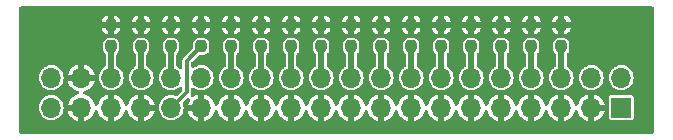
<source format=gbr>
%TF.GenerationSoftware,KiCad,Pcbnew,(6.0.5)*%
%TF.CreationDate,2022-06-05T12:38:30-04:00*%
%TF.ProjectId,Exp_Filter,4578705f-4669-46c7-9465-722e6b696361,rev?*%
%TF.SameCoordinates,Original*%
%TF.FileFunction,Copper,L2,Bot*%
%TF.FilePolarity,Positive*%
%FSLAX46Y46*%
G04 Gerber Fmt 4.6, Leading zero omitted, Abs format (unit mm)*
G04 Created by KiCad (PCBNEW (6.0.5)) date 2022-06-05 12:38:30*
%MOMM*%
%LPD*%
G01*
G04 APERTURE LIST*
G04 Aperture macros list*
%AMRoundRect*
0 Rectangle with rounded corners*
0 $1 Rounding radius*
0 $2 $3 $4 $5 $6 $7 $8 $9 X,Y pos of 4 corners*
0 Add a 4 corners polygon primitive as box body*
4,1,4,$2,$3,$4,$5,$6,$7,$8,$9,$2,$3,0*
0 Add four circle primitives for the rounded corners*
1,1,$1+$1,$2,$3*
1,1,$1+$1,$4,$5*
1,1,$1+$1,$6,$7*
1,1,$1+$1,$8,$9*
0 Add four rect primitives between the rounded corners*
20,1,$1+$1,$2,$3,$4,$5,0*
20,1,$1+$1,$4,$5,$6,$7,0*
20,1,$1+$1,$6,$7,$8,$9,0*
20,1,$1+$1,$8,$9,$2,$3,0*%
G04 Aperture macros list end*
%TA.AperFunction,ComponentPad*%
%ADD10R,1.700000X1.700000*%
%TD*%
%TA.AperFunction,ComponentPad*%
%ADD11O,1.700000X1.700000*%
%TD*%
%TA.AperFunction,SMDPad,CuDef*%
%ADD12RoundRect,0.237500X0.237500X-0.250000X0.237500X0.250000X-0.237500X0.250000X-0.237500X-0.250000X0*%
%TD*%
%TA.AperFunction,ViaPad*%
%ADD13C,0.800000*%
%TD*%
%TA.AperFunction,Conductor*%
%ADD14C,0.500000*%
%TD*%
%TA.AperFunction,Conductor*%
%ADD15C,0.350000*%
%TD*%
G04 APERTURE END LIST*
D10*
%TO.P,J1,1,Pin_1*%
%TO.N,unconnected-(J1-Pad1)*%
X171100000Y-112690000D03*
D11*
%TO.P,J1,2,Pin_2*%
%TO.N,unconnected-(J1-Pad2)*%
X171100000Y-110150000D03*
%TO.P,J1,3,Pin_3*%
%TO.N,GND*%
X168560000Y-112690000D03*
%TO.P,J1,4,Pin_4*%
%TO.N,unconnected-(J1-Pad4)*%
X168560000Y-110150000D03*
%TO.P,J1,5,Pin_5*%
%TO.N,GND*%
X166020000Y-112690000D03*
%TO.P,J1,6,Pin_6*%
%TO.N,OUT17*%
X166020000Y-110150000D03*
%TO.P,J1,7,Pin_7*%
%TO.N,GND*%
X163480000Y-112690000D03*
%TO.P,J1,8,Pin_8*%
%TO.N,OUT18*%
X163480000Y-110150000D03*
%TO.P,J1,9,Pin_9*%
%TO.N,GND*%
X160940000Y-112690000D03*
%TO.P,J1,10,Pin_10*%
%TO.N,OUT19*%
X160940000Y-110150000D03*
%TO.P,J1,11,Pin_11*%
%TO.N,GND*%
X158400000Y-112690000D03*
%TO.P,J1,12,Pin_12*%
%TO.N,OUT20*%
X158400000Y-110150000D03*
%TO.P,J1,13,Pin_13*%
%TO.N,GND*%
X155860000Y-112690000D03*
%TO.P,J1,14,Pin_14*%
%TO.N,OUT21*%
X155860000Y-110150000D03*
%TO.P,J1,15,Pin_15*%
%TO.N,GND*%
X153320000Y-112690000D03*
%TO.P,J1,16,Pin_16*%
%TO.N,OUT22*%
X153320000Y-110150000D03*
%TO.P,J1,17,Pin_17*%
%TO.N,GND*%
X150780000Y-112690000D03*
%TO.P,J1,18,Pin_18*%
%TO.N,OUT23*%
X150780000Y-110150000D03*
%TO.P,J1,19,Pin_19*%
%TO.N,GND*%
X148240000Y-112690000D03*
%TO.P,J1,20,Pin_20*%
%TO.N,OUT24*%
X148240000Y-110150000D03*
%TO.P,J1,21,Pin_21*%
%TO.N,GND*%
X145700000Y-112690000D03*
%TO.P,J1,22,Pin_22*%
%TO.N,OUT25*%
X145700000Y-110150000D03*
%TO.P,J1,23,Pin_23*%
%TO.N,GND*%
X143160000Y-112690000D03*
%TO.P,J1,24,Pin_24*%
%TO.N,OUT26*%
X143160000Y-110150000D03*
%TO.P,J1,25,Pin_25*%
%TO.N,GND*%
X140620000Y-112690000D03*
%TO.P,J1,26,Pin_26*%
%TO.N,OUT27*%
X140620000Y-110150000D03*
%TO.P,J1,27,Pin_27*%
%TO.N,GND*%
X138080000Y-112690000D03*
%TO.P,J1,28,Pin_28*%
%TO.N,OUT28*%
X138080000Y-110150000D03*
%TO.P,J1,29,Pin_29*%
%TO.N,GND*%
X135540000Y-112690000D03*
%TO.P,J1,30,Pin_30*%
%TO.N,unconnected-(J1-Pad30)*%
X135540000Y-110150000D03*
%TO.P,J1,31,Pin_31*%
%TO.N,OUT29*%
X133000000Y-112690000D03*
%TO.P,J1,32,Pin_32*%
%TO.N,OUT30*%
X133000000Y-110150000D03*
%TO.P,J1,33,Pin_33*%
%TO.N,GND*%
X130460000Y-112690000D03*
%TO.P,J1,34,Pin_34*%
%TO.N,OUT31*%
X130460000Y-110150000D03*
%TO.P,J1,35,Pin_35*%
%TO.N,GND*%
X127920000Y-112690000D03*
%TO.P,J1,36,Pin_36*%
%TO.N,OUT32*%
X127920000Y-110150000D03*
%TO.P,J1,37,Pin_37*%
%TO.N,GND*%
X125380000Y-112690000D03*
%TO.P,J1,38,Pin_38*%
X125380000Y-110150000D03*
%TO.P,J1,39,Pin_39*%
%TO.N,unconnected-(J1-Pad39)*%
X122840000Y-112690000D03*
%TO.P,J1,40,Pin_40*%
%TO.N,unconnected-(J1-Pad40)*%
X122840000Y-110150000D03*
%TD*%
D12*
%TO.P,R12,1*%
%TO.N,OUT28*%
X138068000Y-107500000D03*
%TO.P,R12,2*%
%TO.N,GND*%
X138068000Y-105675000D03*
%TD*%
%TO.P,R4,1*%
%TO.N,OUT20*%
X158404000Y-107500000D03*
%TO.P,R4,2*%
%TO.N,GND*%
X158404000Y-105675000D03*
%TD*%
%TO.P,R16,1*%
%TO.N,OUT32*%
X127900000Y-107500000D03*
%TO.P,R16,2*%
%TO.N,GND*%
X127900000Y-105675000D03*
%TD*%
%TO.P,R1,1*%
%TO.N,OUT17*%
X166030000Y-107500000D03*
%TO.P,R1,2*%
%TO.N,GND*%
X166030000Y-105675000D03*
%TD*%
%TO.P,R2,1*%
%TO.N,OUT18*%
X163488000Y-107500000D03*
%TO.P,R2,2*%
%TO.N,GND*%
X163488000Y-105675000D03*
%TD*%
%TO.P,R5,1*%
%TO.N,OUT21*%
X155862000Y-107500000D03*
%TO.P,R5,2*%
%TO.N,GND*%
X155862000Y-105675000D03*
%TD*%
%TO.P,R9,1*%
%TO.N,OUT25*%
X145694000Y-107500000D03*
%TO.P,R9,2*%
%TO.N,GND*%
X145694000Y-105675000D03*
%TD*%
%TO.P,R7,1*%
%TO.N,OUT23*%
X150778000Y-107500000D03*
%TO.P,R7,2*%
%TO.N,GND*%
X150778000Y-105675000D03*
%TD*%
%TO.P,R13,1*%
%TO.N,OUT29*%
X135526000Y-107500000D03*
%TO.P,R13,2*%
%TO.N,GND*%
X135526000Y-105675000D03*
%TD*%
%TO.P,R15,1*%
%TO.N,OUT31*%
X130442000Y-107500000D03*
%TO.P,R15,2*%
%TO.N,GND*%
X130442000Y-105675000D03*
%TD*%
%TO.P,R14,1*%
%TO.N,OUT30*%
X132984000Y-107500000D03*
%TO.P,R14,2*%
%TO.N,GND*%
X132984000Y-105675000D03*
%TD*%
%TO.P,R6,1*%
%TO.N,OUT22*%
X153320000Y-107500000D03*
%TO.P,R6,2*%
%TO.N,GND*%
X153320000Y-105675000D03*
%TD*%
%TO.P,R8,1*%
%TO.N,OUT24*%
X148236000Y-107500000D03*
%TO.P,R8,2*%
%TO.N,GND*%
X148236000Y-105675000D03*
%TD*%
%TO.P,R3,1*%
%TO.N,OUT19*%
X160946000Y-107500000D03*
%TO.P,R3,2*%
%TO.N,GND*%
X160946000Y-105675000D03*
%TD*%
%TO.P,R10,1*%
%TO.N,OUT26*%
X143152000Y-107500000D03*
%TO.P,R10,2*%
%TO.N,GND*%
X143152000Y-105675000D03*
%TD*%
%TO.P,R11,1*%
%TO.N,OUT27*%
X140610000Y-107500000D03*
%TO.P,R11,2*%
%TO.N,GND*%
X140610000Y-105675000D03*
%TD*%
D13*
%TO.N,GND*%
X126500000Y-105337500D03*
X129150000Y-105287500D03*
X131700000Y-105287500D03*
X134250000Y-105287500D03*
X136800000Y-105287500D03*
X139350000Y-105287500D03*
X141850000Y-105287500D03*
X144400000Y-105287500D03*
X167400000Y-105337500D03*
X164750000Y-105337500D03*
X162200000Y-105337500D03*
X159700000Y-105337500D03*
X157150000Y-105337500D03*
X154600000Y-105337500D03*
X152050000Y-105287500D03*
X147000000Y-105287500D03*
X149500000Y-105287500D03*
%TD*%
D14*
%TO.N,OUT23*%
X150778000Y-110148000D02*
X150778000Y-107500000D01*
X150780000Y-110150000D02*
X150778000Y-110148000D01*
%TO.N,OUT25*%
X145694000Y-107500000D02*
X145694000Y-110144000D01*
X145694000Y-110144000D02*
X145700000Y-110150000D01*
%TO.N,OUT26*%
X143152000Y-110142000D02*
X143160000Y-110150000D01*
X143152000Y-107500000D02*
X143152000Y-110142000D01*
%TO.N,OUT30*%
X132984000Y-110134000D02*
X133000000Y-110150000D01*
X132984000Y-107500000D02*
X132984000Y-110134000D01*
%TO.N,OUT31*%
X130442000Y-110132000D02*
X130460000Y-110150000D01*
X130442000Y-107500000D02*
X130442000Y-110132000D01*
D15*
%TO.N,OUT29*%
X134315489Y-111374511D02*
X133000000Y-112690000D01*
X134315489Y-108710511D02*
X134315489Y-111374511D01*
X135526000Y-107500000D02*
X134315489Y-108710511D01*
D14*
%TO.N,OUT28*%
X138068000Y-110138000D02*
X138080000Y-110150000D01*
X138068000Y-107500000D02*
X138068000Y-110138000D01*
%TO.N,OUT27*%
X140610000Y-110140000D02*
X140610000Y-107500000D01*
X140620000Y-110150000D02*
X140610000Y-110140000D01*
%TO.N,OUT24*%
X148236000Y-110146000D02*
X148236000Y-107500000D01*
X148240000Y-110150000D02*
X148236000Y-110146000D01*
%TO.N,OUT22*%
X153320000Y-110150000D02*
X153320000Y-107500000D01*
%TO.N,OUT21*%
X155862000Y-110148000D02*
X155860000Y-110150000D01*
X155862000Y-107500000D02*
X155862000Y-110148000D01*
%TO.N,OUT20*%
X158404000Y-107500000D02*
X158404000Y-110146000D01*
X158404000Y-110146000D02*
X158400000Y-110150000D01*
%TO.N,OUT19*%
X160946000Y-110144000D02*
X160940000Y-110150000D01*
X160946000Y-107500000D02*
X160946000Y-110144000D01*
%TO.N,OUT18*%
X163488000Y-110142000D02*
X163480000Y-110150000D01*
X163488000Y-107500000D02*
X163488000Y-110142000D01*
%TO.N,OUT17*%
X166030000Y-110140000D02*
X166020000Y-110150000D01*
X166030000Y-107500000D02*
X166030000Y-110140000D01*
%TO.N,OUT32*%
X127900000Y-110130000D02*
X127920000Y-110150000D01*
X127900000Y-107500000D02*
X127900000Y-110130000D01*
%TO.N,OUT17*%
X166030000Y-110120000D02*
X166000000Y-110150000D01*
%TO.N,OUT18*%
X163488000Y-110122000D02*
X163460000Y-110150000D01*
%TO.N,OUT19*%
X160946000Y-110124000D02*
X160920000Y-110150000D01*
%TO.N,OUT20*%
X158404000Y-110126000D02*
X158380000Y-110150000D01*
%TO.N,OUT21*%
X155862000Y-110128000D02*
X155840000Y-110150000D01*
%TD*%
%TA.AperFunction,Conductor*%
%TO.N,GND*%
G36*
X173817000Y-104128462D02*
G01*
X173871538Y-104183000D01*
X173891500Y-104257500D01*
X173891500Y-114742500D01*
X173871538Y-114817000D01*
X173817000Y-114871538D01*
X173742500Y-114891500D01*
X120257500Y-114891500D01*
X120183000Y-114871538D01*
X120128462Y-114817000D01*
X120108500Y-114742500D01*
X120108500Y-112675262D01*
X121784520Y-112675262D01*
X121801759Y-112880553D01*
X121858544Y-113078586D01*
X121952712Y-113261818D01*
X122080677Y-113423270D01*
X122086223Y-113427990D01*
X122179161Y-113507086D01*
X122237564Y-113556791D01*
X122417398Y-113657297D01*
X122613329Y-113720959D01*
X122668907Y-113727586D01*
X122810662Y-113744489D01*
X122810665Y-113744489D01*
X122817894Y-113745351D01*
X122979918Y-113732884D01*
X123016036Y-113730105D01*
X123016037Y-113730105D01*
X123023300Y-113729546D01*
X123099617Y-113708238D01*
X123214707Y-113676105D01*
X123214712Y-113676103D01*
X123221725Y-113674145D01*
X123228226Y-113670861D01*
X123228229Y-113670860D01*
X123399105Y-113584544D01*
X123399106Y-113584544D01*
X123405610Y-113581258D01*
X123567951Y-113454424D01*
X123702564Y-113298472D01*
X123721420Y-113265280D01*
X123800724Y-113125680D01*
X123800725Y-113125677D01*
X123804323Y-113119344D01*
X123859302Y-112954071D01*
X124252219Y-112954071D01*
X124282063Y-113071582D01*
X124286605Y-113084409D01*
X124369988Y-113265280D01*
X124376783Y-113277051D01*
X124491740Y-113439711D01*
X124500566Y-113450045D01*
X124643235Y-113589026D01*
X124653802Y-113597583D01*
X124819408Y-113708238D01*
X124831353Y-113714724D01*
X125014346Y-113793344D01*
X125027291Y-113797550D01*
X125106868Y-113815557D01*
X125122871Y-113814928D01*
X125126000Y-113808982D01*
X125126000Y-112963616D01*
X125121855Y-112948145D01*
X125106384Y-112944000D01*
X124269277Y-112944000D01*
X124253806Y-112948145D01*
X124252219Y-112954071D01*
X123859302Y-112954071D01*
X123869351Y-112923863D01*
X123871661Y-112905582D01*
X123894649Y-112723603D01*
X123895171Y-112719474D01*
X123895583Y-112690000D01*
X123875480Y-112484970D01*
X123859871Y-112433270D01*
X124251430Y-112433270D01*
X124255211Y-112435656D01*
X124257478Y-112436000D01*
X125485000Y-112436000D01*
X125559500Y-112455962D01*
X125614038Y-112510500D01*
X125634000Y-112585000D01*
X125634000Y-113803748D01*
X125638145Y-113819219D01*
X125646354Y-113821418D01*
X125657956Y-113818632D01*
X125846558Y-113754611D01*
X125858972Y-113749084D01*
X126032747Y-113651766D01*
X126043962Y-113644058D01*
X126197086Y-113516706D01*
X126206706Y-113507086D01*
X126334058Y-113353962D01*
X126341766Y-113342747D01*
X126439084Y-113168972D01*
X126444611Y-113156558D01*
X126510828Y-112961488D01*
X126513322Y-112962335D01*
X126544128Y-112905582D01*
X126609887Y-112865276D01*
X126686988Y-112863249D01*
X126754774Y-112900044D01*
X126796635Y-112971459D01*
X126822063Y-113071582D01*
X126826605Y-113084409D01*
X126909988Y-113265280D01*
X126916783Y-113277051D01*
X127031740Y-113439711D01*
X127040566Y-113450045D01*
X127183235Y-113589026D01*
X127193802Y-113597583D01*
X127359408Y-113708238D01*
X127371353Y-113714724D01*
X127554346Y-113793344D01*
X127567291Y-113797550D01*
X127646868Y-113815557D01*
X127662871Y-113814928D01*
X127666000Y-113808982D01*
X127666000Y-113803748D01*
X128174000Y-113803748D01*
X128178145Y-113819219D01*
X128186354Y-113821418D01*
X128197956Y-113818632D01*
X128386558Y-113754611D01*
X128398972Y-113749084D01*
X128572747Y-113651766D01*
X128583962Y-113644058D01*
X128737086Y-113516706D01*
X128746706Y-113507086D01*
X128874058Y-113353962D01*
X128881766Y-113342747D01*
X128979084Y-113168972D01*
X128984611Y-113156558D01*
X129050828Y-112961488D01*
X129053322Y-112962335D01*
X129084128Y-112905582D01*
X129149887Y-112865276D01*
X129226988Y-112863249D01*
X129294774Y-112900044D01*
X129336635Y-112971459D01*
X129362063Y-113071582D01*
X129366605Y-113084409D01*
X129449988Y-113265280D01*
X129456783Y-113277051D01*
X129571740Y-113439711D01*
X129580566Y-113450045D01*
X129723235Y-113589026D01*
X129733802Y-113597583D01*
X129899408Y-113708238D01*
X129911353Y-113714724D01*
X130094346Y-113793344D01*
X130107291Y-113797550D01*
X130186868Y-113815557D01*
X130202871Y-113814928D01*
X130206000Y-113808982D01*
X130206000Y-113803748D01*
X130714000Y-113803748D01*
X130718145Y-113819219D01*
X130726354Y-113821418D01*
X130737956Y-113818632D01*
X130926558Y-113754611D01*
X130938972Y-113749084D01*
X131112747Y-113651766D01*
X131123962Y-113644058D01*
X131277086Y-113516706D01*
X131286706Y-113507086D01*
X131414058Y-113353962D01*
X131421766Y-113342747D01*
X131519084Y-113168972D01*
X131524611Y-113156558D01*
X131588632Y-112967956D01*
X131590276Y-112961110D01*
X131588666Y-112947508D01*
X131580503Y-112944000D01*
X130733616Y-112944000D01*
X130718145Y-112948145D01*
X130714000Y-112963616D01*
X130714000Y-113803748D01*
X130206000Y-113803748D01*
X130206000Y-112675262D01*
X131944520Y-112675262D01*
X131961759Y-112880553D01*
X132018544Y-113078586D01*
X132112712Y-113261818D01*
X132240677Y-113423270D01*
X132246223Y-113427990D01*
X132339161Y-113507086D01*
X132397564Y-113556791D01*
X132577398Y-113657297D01*
X132773329Y-113720959D01*
X132828907Y-113727586D01*
X132970662Y-113744489D01*
X132970665Y-113744489D01*
X132977894Y-113745351D01*
X133139918Y-113732884D01*
X133176036Y-113730105D01*
X133176037Y-113730105D01*
X133183300Y-113729546D01*
X133259617Y-113708238D01*
X133374707Y-113676105D01*
X133374712Y-113676103D01*
X133381725Y-113674145D01*
X133388226Y-113670861D01*
X133388229Y-113670860D01*
X133559105Y-113584544D01*
X133559106Y-113584544D01*
X133565610Y-113581258D01*
X133727951Y-113454424D01*
X133862564Y-113298472D01*
X133881420Y-113265280D01*
X133960724Y-113125680D01*
X133960725Y-113125677D01*
X133964323Y-113119344D01*
X134019302Y-112954071D01*
X134412219Y-112954071D01*
X134442063Y-113071582D01*
X134446605Y-113084409D01*
X134529988Y-113265280D01*
X134536783Y-113277051D01*
X134651740Y-113439711D01*
X134660566Y-113450045D01*
X134803235Y-113589026D01*
X134813802Y-113597583D01*
X134979408Y-113708238D01*
X134991353Y-113714724D01*
X135174346Y-113793344D01*
X135187291Y-113797550D01*
X135266868Y-113815557D01*
X135282871Y-113814928D01*
X135286000Y-113808982D01*
X135286000Y-113803748D01*
X135794000Y-113803748D01*
X135798145Y-113819219D01*
X135806354Y-113821418D01*
X135817956Y-113818632D01*
X136006558Y-113754611D01*
X136018972Y-113749084D01*
X136192747Y-113651766D01*
X136203962Y-113644058D01*
X136357086Y-113516706D01*
X136366706Y-113507086D01*
X136494058Y-113353962D01*
X136501766Y-113342747D01*
X136599084Y-113168972D01*
X136604611Y-113156558D01*
X136670828Y-112961488D01*
X136673322Y-112962335D01*
X136704128Y-112905582D01*
X136769887Y-112865276D01*
X136846988Y-112863249D01*
X136914774Y-112900044D01*
X136956635Y-112971459D01*
X136982063Y-113071582D01*
X136986605Y-113084409D01*
X137069988Y-113265280D01*
X137076783Y-113277051D01*
X137191740Y-113439711D01*
X137200566Y-113450045D01*
X137343235Y-113589026D01*
X137353802Y-113597583D01*
X137519408Y-113708238D01*
X137531353Y-113714724D01*
X137714346Y-113793344D01*
X137727291Y-113797550D01*
X137806868Y-113815557D01*
X137822871Y-113814928D01*
X137826000Y-113808982D01*
X137826000Y-113803748D01*
X138334000Y-113803748D01*
X138338145Y-113819219D01*
X138346354Y-113821418D01*
X138357956Y-113818632D01*
X138546558Y-113754611D01*
X138558972Y-113749084D01*
X138732747Y-113651766D01*
X138743962Y-113644058D01*
X138897086Y-113516706D01*
X138906706Y-113507086D01*
X139034058Y-113353962D01*
X139041766Y-113342747D01*
X139139084Y-113168972D01*
X139144611Y-113156558D01*
X139210828Y-112961488D01*
X139213322Y-112962335D01*
X139244128Y-112905582D01*
X139309887Y-112865276D01*
X139386988Y-112863249D01*
X139454774Y-112900044D01*
X139496635Y-112971459D01*
X139522063Y-113071582D01*
X139526605Y-113084409D01*
X139609988Y-113265280D01*
X139616783Y-113277051D01*
X139731740Y-113439711D01*
X139740566Y-113450045D01*
X139883235Y-113589026D01*
X139893802Y-113597583D01*
X140059408Y-113708238D01*
X140071353Y-113714724D01*
X140254346Y-113793344D01*
X140267291Y-113797550D01*
X140346868Y-113815557D01*
X140362871Y-113814928D01*
X140366000Y-113808982D01*
X140366000Y-113803748D01*
X140874000Y-113803748D01*
X140878145Y-113819219D01*
X140886354Y-113821418D01*
X140897956Y-113818632D01*
X141086558Y-113754611D01*
X141098972Y-113749084D01*
X141272747Y-113651766D01*
X141283962Y-113644058D01*
X141437086Y-113516706D01*
X141446706Y-113507086D01*
X141574058Y-113353962D01*
X141581766Y-113342747D01*
X141679084Y-113168972D01*
X141684611Y-113156558D01*
X141750828Y-112961488D01*
X141753322Y-112962335D01*
X141784128Y-112905582D01*
X141849887Y-112865276D01*
X141926988Y-112863249D01*
X141994774Y-112900044D01*
X142036635Y-112971459D01*
X142062063Y-113071582D01*
X142066605Y-113084409D01*
X142149988Y-113265280D01*
X142156783Y-113277051D01*
X142271740Y-113439711D01*
X142280566Y-113450045D01*
X142423235Y-113589026D01*
X142433802Y-113597583D01*
X142599408Y-113708238D01*
X142611353Y-113714724D01*
X142794346Y-113793344D01*
X142807291Y-113797550D01*
X142886868Y-113815557D01*
X142902871Y-113814928D01*
X142906000Y-113808982D01*
X142906000Y-113803748D01*
X143414000Y-113803748D01*
X143418145Y-113819219D01*
X143426354Y-113821418D01*
X143437956Y-113818632D01*
X143626558Y-113754611D01*
X143638972Y-113749084D01*
X143812747Y-113651766D01*
X143823962Y-113644058D01*
X143977086Y-113516706D01*
X143986706Y-113507086D01*
X144114058Y-113353962D01*
X144121766Y-113342747D01*
X144219084Y-113168972D01*
X144224611Y-113156558D01*
X144290828Y-112961488D01*
X144293322Y-112962335D01*
X144324128Y-112905582D01*
X144389887Y-112865276D01*
X144466988Y-112863249D01*
X144534774Y-112900044D01*
X144576635Y-112971459D01*
X144602063Y-113071582D01*
X144606605Y-113084409D01*
X144689988Y-113265280D01*
X144696783Y-113277051D01*
X144811740Y-113439711D01*
X144820566Y-113450045D01*
X144963235Y-113589026D01*
X144973802Y-113597583D01*
X145139408Y-113708238D01*
X145151353Y-113714724D01*
X145334346Y-113793344D01*
X145347291Y-113797550D01*
X145426868Y-113815557D01*
X145442871Y-113814928D01*
X145446000Y-113808982D01*
X145446000Y-113803748D01*
X145954000Y-113803748D01*
X145958145Y-113819219D01*
X145966354Y-113821418D01*
X145977956Y-113818632D01*
X146166558Y-113754611D01*
X146178972Y-113749084D01*
X146352747Y-113651766D01*
X146363962Y-113644058D01*
X146517086Y-113516706D01*
X146526706Y-113507086D01*
X146654058Y-113353962D01*
X146661766Y-113342747D01*
X146759084Y-113168972D01*
X146764611Y-113156558D01*
X146830828Y-112961488D01*
X146833322Y-112962335D01*
X146864128Y-112905582D01*
X146929887Y-112865276D01*
X147006988Y-112863249D01*
X147074774Y-112900044D01*
X147116635Y-112971459D01*
X147142063Y-113071582D01*
X147146605Y-113084409D01*
X147229988Y-113265280D01*
X147236783Y-113277051D01*
X147351740Y-113439711D01*
X147360566Y-113450045D01*
X147503235Y-113589026D01*
X147513802Y-113597583D01*
X147679408Y-113708238D01*
X147691353Y-113714724D01*
X147874346Y-113793344D01*
X147887291Y-113797550D01*
X147966868Y-113815557D01*
X147982871Y-113814928D01*
X147986000Y-113808982D01*
X147986000Y-113803748D01*
X148494000Y-113803748D01*
X148498145Y-113819219D01*
X148506354Y-113821418D01*
X148517956Y-113818632D01*
X148706558Y-113754611D01*
X148718972Y-113749084D01*
X148892747Y-113651766D01*
X148903962Y-113644058D01*
X149057086Y-113516706D01*
X149066706Y-113507086D01*
X149194058Y-113353962D01*
X149201766Y-113342747D01*
X149299084Y-113168972D01*
X149304611Y-113156558D01*
X149370828Y-112961488D01*
X149373322Y-112962335D01*
X149404128Y-112905582D01*
X149469887Y-112865276D01*
X149546988Y-112863249D01*
X149614774Y-112900044D01*
X149656635Y-112971459D01*
X149682063Y-113071582D01*
X149686605Y-113084409D01*
X149769988Y-113265280D01*
X149776783Y-113277051D01*
X149891740Y-113439711D01*
X149900566Y-113450045D01*
X150043235Y-113589026D01*
X150053802Y-113597583D01*
X150219408Y-113708238D01*
X150231353Y-113714724D01*
X150414346Y-113793344D01*
X150427291Y-113797550D01*
X150506868Y-113815557D01*
X150522871Y-113814928D01*
X150526000Y-113808982D01*
X150526000Y-113803748D01*
X151034000Y-113803748D01*
X151038145Y-113819219D01*
X151046354Y-113821418D01*
X151057956Y-113818632D01*
X151246558Y-113754611D01*
X151258972Y-113749084D01*
X151432747Y-113651766D01*
X151443962Y-113644058D01*
X151597086Y-113516706D01*
X151606706Y-113507086D01*
X151734058Y-113353962D01*
X151741766Y-113342747D01*
X151839084Y-113168972D01*
X151844611Y-113156558D01*
X151910828Y-112961488D01*
X151913322Y-112962335D01*
X151944128Y-112905582D01*
X152009887Y-112865276D01*
X152086988Y-112863249D01*
X152154774Y-112900044D01*
X152196635Y-112971459D01*
X152222063Y-113071582D01*
X152226605Y-113084409D01*
X152309988Y-113265280D01*
X152316783Y-113277051D01*
X152431740Y-113439711D01*
X152440566Y-113450045D01*
X152583235Y-113589026D01*
X152593802Y-113597583D01*
X152759408Y-113708238D01*
X152771353Y-113714724D01*
X152954346Y-113793344D01*
X152967291Y-113797550D01*
X153046868Y-113815557D01*
X153062871Y-113814928D01*
X153066000Y-113808982D01*
X153066000Y-113803748D01*
X153574000Y-113803748D01*
X153578145Y-113819219D01*
X153586354Y-113821418D01*
X153597956Y-113818632D01*
X153786558Y-113754611D01*
X153798972Y-113749084D01*
X153972747Y-113651766D01*
X153983962Y-113644058D01*
X154137086Y-113516706D01*
X154146706Y-113507086D01*
X154274058Y-113353962D01*
X154281766Y-113342747D01*
X154379084Y-113168972D01*
X154384611Y-113156558D01*
X154450828Y-112961488D01*
X154453322Y-112962335D01*
X154484128Y-112905582D01*
X154549887Y-112865276D01*
X154626988Y-112863249D01*
X154694774Y-112900044D01*
X154736635Y-112971459D01*
X154762063Y-113071582D01*
X154766605Y-113084409D01*
X154849988Y-113265280D01*
X154856783Y-113277051D01*
X154971740Y-113439711D01*
X154980566Y-113450045D01*
X155123235Y-113589026D01*
X155133802Y-113597583D01*
X155299408Y-113708238D01*
X155311353Y-113714724D01*
X155494346Y-113793344D01*
X155507291Y-113797550D01*
X155586868Y-113815557D01*
X155602871Y-113814928D01*
X155606000Y-113808982D01*
X155606000Y-113803748D01*
X156114000Y-113803748D01*
X156118145Y-113819219D01*
X156126354Y-113821418D01*
X156137956Y-113818632D01*
X156326558Y-113754611D01*
X156338972Y-113749084D01*
X156512747Y-113651766D01*
X156523962Y-113644058D01*
X156677086Y-113516706D01*
X156686706Y-113507086D01*
X156814058Y-113353962D01*
X156821766Y-113342747D01*
X156919084Y-113168972D01*
X156924611Y-113156558D01*
X156990828Y-112961488D01*
X156993322Y-112962335D01*
X157024128Y-112905582D01*
X157089887Y-112865276D01*
X157166988Y-112863249D01*
X157234774Y-112900044D01*
X157276635Y-112971459D01*
X157302063Y-113071582D01*
X157306605Y-113084409D01*
X157389988Y-113265280D01*
X157396783Y-113277051D01*
X157511740Y-113439711D01*
X157520566Y-113450045D01*
X157663235Y-113589026D01*
X157673802Y-113597583D01*
X157839408Y-113708238D01*
X157851353Y-113714724D01*
X158034346Y-113793344D01*
X158047291Y-113797550D01*
X158126868Y-113815557D01*
X158142871Y-113814928D01*
X158146000Y-113808982D01*
X158146000Y-113803748D01*
X158654000Y-113803748D01*
X158658145Y-113819219D01*
X158666354Y-113821418D01*
X158677956Y-113818632D01*
X158866558Y-113754611D01*
X158878972Y-113749084D01*
X159052747Y-113651766D01*
X159063962Y-113644058D01*
X159217086Y-113516706D01*
X159226706Y-113507086D01*
X159354058Y-113353962D01*
X159361766Y-113342747D01*
X159459084Y-113168972D01*
X159464611Y-113156558D01*
X159530828Y-112961488D01*
X159533322Y-112962335D01*
X159564128Y-112905582D01*
X159629887Y-112865276D01*
X159706988Y-112863249D01*
X159774774Y-112900044D01*
X159816635Y-112971459D01*
X159842063Y-113071582D01*
X159846605Y-113084409D01*
X159929988Y-113265280D01*
X159936783Y-113277051D01*
X160051740Y-113439711D01*
X160060566Y-113450045D01*
X160203235Y-113589026D01*
X160213802Y-113597583D01*
X160379408Y-113708238D01*
X160391353Y-113714724D01*
X160574346Y-113793344D01*
X160587291Y-113797550D01*
X160666868Y-113815557D01*
X160682871Y-113814928D01*
X160686000Y-113808982D01*
X160686000Y-113803748D01*
X161194000Y-113803748D01*
X161198145Y-113819219D01*
X161206354Y-113821418D01*
X161217956Y-113818632D01*
X161406558Y-113754611D01*
X161418972Y-113749084D01*
X161592747Y-113651766D01*
X161603962Y-113644058D01*
X161757086Y-113516706D01*
X161766706Y-113507086D01*
X161894058Y-113353962D01*
X161901766Y-113342747D01*
X161999084Y-113168972D01*
X162004611Y-113156558D01*
X162070828Y-112961488D01*
X162073322Y-112962335D01*
X162104128Y-112905582D01*
X162169887Y-112865276D01*
X162246988Y-112863249D01*
X162314774Y-112900044D01*
X162356635Y-112971459D01*
X162382063Y-113071582D01*
X162386605Y-113084409D01*
X162469988Y-113265280D01*
X162476783Y-113277051D01*
X162591740Y-113439711D01*
X162600566Y-113450045D01*
X162743235Y-113589026D01*
X162753802Y-113597583D01*
X162919408Y-113708238D01*
X162931353Y-113714724D01*
X163114346Y-113793344D01*
X163127291Y-113797550D01*
X163206868Y-113815557D01*
X163222871Y-113814928D01*
X163226000Y-113808982D01*
X163226000Y-113803748D01*
X163734000Y-113803748D01*
X163738145Y-113819219D01*
X163746354Y-113821418D01*
X163757956Y-113818632D01*
X163946558Y-113754611D01*
X163958972Y-113749084D01*
X164132747Y-113651766D01*
X164143962Y-113644058D01*
X164297086Y-113516706D01*
X164306706Y-113507086D01*
X164434058Y-113353962D01*
X164441766Y-113342747D01*
X164539084Y-113168972D01*
X164544611Y-113156558D01*
X164610828Y-112961488D01*
X164613322Y-112962335D01*
X164644128Y-112905582D01*
X164709887Y-112865276D01*
X164786988Y-112863249D01*
X164854774Y-112900044D01*
X164896635Y-112971459D01*
X164922063Y-113071582D01*
X164926605Y-113084409D01*
X165009988Y-113265280D01*
X165016783Y-113277051D01*
X165131740Y-113439711D01*
X165140566Y-113450045D01*
X165283235Y-113589026D01*
X165293802Y-113597583D01*
X165459408Y-113708238D01*
X165471353Y-113714724D01*
X165654346Y-113793344D01*
X165667291Y-113797550D01*
X165746868Y-113815557D01*
X165762871Y-113814928D01*
X165766000Y-113808982D01*
X165766000Y-113803748D01*
X166274000Y-113803748D01*
X166278145Y-113819219D01*
X166286354Y-113821418D01*
X166297956Y-113818632D01*
X166486558Y-113754611D01*
X166498972Y-113749084D01*
X166672747Y-113651766D01*
X166683962Y-113644058D01*
X166837086Y-113516706D01*
X166846706Y-113507086D01*
X166974058Y-113353962D01*
X166981766Y-113342747D01*
X167079084Y-113168972D01*
X167084611Y-113156558D01*
X167150828Y-112961488D01*
X167153322Y-112962335D01*
X167184128Y-112905582D01*
X167249887Y-112865276D01*
X167326988Y-112863249D01*
X167394774Y-112900044D01*
X167436635Y-112971459D01*
X167462063Y-113071582D01*
X167466605Y-113084409D01*
X167549988Y-113265280D01*
X167556783Y-113277051D01*
X167671740Y-113439711D01*
X167680566Y-113450045D01*
X167823235Y-113589026D01*
X167833802Y-113597583D01*
X167999408Y-113708238D01*
X168011353Y-113714724D01*
X168194346Y-113793344D01*
X168207291Y-113797550D01*
X168286868Y-113815557D01*
X168302871Y-113814928D01*
X168306000Y-113808982D01*
X168306000Y-113803748D01*
X168814000Y-113803748D01*
X168818145Y-113819219D01*
X168826354Y-113821418D01*
X168837956Y-113818632D01*
X169026558Y-113754611D01*
X169038972Y-113749084D01*
X169212747Y-113651766D01*
X169223962Y-113644058D01*
X169325334Y-113559748D01*
X170049500Y-113559748D01*
X170050927Y-113566921D01*
X170050927Y-113566923D01*
X170053779Y-113581258D01*
X170061133Y-113618231D01*
X170069288Y-113630435D01*
X170069288Y-113630436D01*
X170096299Y-113670860D01*
X170105448Y-113684552D01*
X170117651Y-113692706D01*
X170156561Y-113718705D01*
X170171769Y-113728867D01*
X170186165Y-113731731D01*
X170186166Y-113731731D01*
X170223077Y-113739073D01*
X170223079Y-113739073D01*
X170230252Y-113740500D01*
X171969748Y-113740500D01*
X171976921Y-113739073D01*
X171976923Y-113739073D01*
X172013834Y-113731731D01*
X172013835Y-113731731D01*
X172028231Y-113728867D01*
X172043440Y-113718705D01*
X172082349Y-113692706D01*
X172094552Y-113684552D01*
X172103701Y-113670860D01*
X172130712Y-113630436D01*
X172130712Y-113630435D01*
X172138867Y-113618231D01*
X172146222Y-113581258D01*
X172149073Y-113566923D01*
X172149073Y-113566921D01*
X172150500Y-113559748D01*
X172150500Y-111820252D01*
X172147810Y-111806726D01*
X172141731Y-111776166D01*
X172141731Y-111776165D01*
X172138867Y-111761769D01*
X172130596Y-111749390D01*
X172102706Y-111707651D01*
X172094552Y-111695448D01*
X172054035Y-111668375D01*
X172040436Y-111659288D01*
X172040435Y-111659288D01*
X172028231Y-111651133D01*
X172013835Y-111648269D01*
X172013834Y-111648269D01*
X171976923Y-111640927D01*
X171976921Y-111640927D01*
X171969748Y-111639500D01*
X170230252Y-111639500D01*
X170223079Y-111640927D01*
X170223077Y-111640927D01*
X170186166Y-111648269D01*
X170186165Y-111648269D01*
X170171769Y-111651133D01*
X170159565Y-111659288D01*
X170159564Y-111659288D01*
X170145965Y-111668375D01*
X170105448Y-111695448D01*
X170097294Y-111707651D01*
X170069405Y-111749390D01*
X170061133Y-111761769D01*
X170058269Y-111776165D01*
X170058269Y-111776166D01*
X170052190Y-111806726D01*
X170049500Y-111820252D01*
X170049500Y-113559748D01*
X169325334Y-113559748D01*
X169377086Y-113516706D01*
X169386706Y-113507086D01*
X169514058Y-113353962D01*
X169521766Y-113342747D01*
X169619084Y-113168972D01*
X169624611Y-113156558D01*
X169688632Y-112967956D01*
X169690276Y-112961110D01*
X169688666Y-112947508D01*
X169680503Y-112944000D01*
X168833616Y-112944000D01*
X168818145Y-112948145D01*
X168814000Y-112963616D01*
X168814000Y-113803748D01*
X168306000Y-113803748D01*
X168306000Y-112416384D01*
X168814000Y-112416384D01*
X168818145Y-112431855D01*
X168833616Y-112436000D01*
X169672007Y-112436000D01*
X169687478Y-112431855D01*
X169688898Y-112426554D01*
X169688839Y-112426128D01*
X169647572Y-112279804D01*
X169642699Y-112267109D01*
X169554608Y-112088481D01*
X169547499Y-112076880D01*
X169428336Y-111917301D01*
X169419230Y-111907189D01*
X169272982Y-111771998D01*
X169262189Y-111763716D01*
X169093753Y-111657441D01*
X169081628Y-111651262D01*
X168896636Y-111577458D01*
X168883606Y-111573599D01*
X168833239Y-111563580D01*
X168817257Y-111564627D01*
X168814000Y-111571232D01*
X168814000Y-112416384D01*
X168306000Y-112416384D01*
X168306000Y-111578207D01*
X168301855Y-111562736D01*
X168294048Y-111560645D01*
X168265741Y-111565508D01*
X168252589Y-111569033D01*
X168065740Y-111637965D01*
X168053466Y-111643819D01*
X167882292Y-111745657D01*
X167871296Y-111753647D01*
X167721559Y-111884961D01*
X167712186Y-111894839D01*
X167588890Y-112051239D01*
X167581477Y-112062653D01*
X167488744Y-112238909D01*
X167483539Y-112251477D01*
X167431498Y-112419074D01*
X167390341Y-112484303D01*
X167322084Y-112520215D01*
X167245015Y-112517187D01*
X167179786Y-112476030D01*
X167145794Y-112415333D01*
X167107572Y-112279804D01*
X167102699Y-112267109D01*
X167014608Y-112088481D01*
X167007499Y-112076880D01*
X166888336Y-111917301D01*
X166879230Y-111907189D01*
X166732982Y-111771998D01*
X166722189Y-111763716D01*
X166553753Y-111657441D01*
X166541628Y-111651262D01*
X166356636Y-111577458D01*
X166343606Y-111573599D01*
X166293239Y-111563580D01*
X166277257Y-111564627D01*
X166274000Y-111571232D01*
X166274000Y-113803748D01*
X165766000Y-113803748D01*
X165766000Y-111578207D01*
X165761855Y-111562736D01*
X165754048Y-111560645D01*
X165725741Y-111565508D01*
X165712589Y-111569033D01*
X165525740Y-111637965D01*
X165513466Y-111643819D01*
X165342292Y-111745657D01*
X165331296Y-111753647D01*
X165181559Y-111884961D01*
X165172186Y-111894839D01*
X165048890Y-112051239D01*
X165041477Y-112062653D01*
X164948744Y-112238909D01*
X164943539Y-112251477D01*
X164891498Y-112419074D01*
X164850341Y-112484303D01*
X164782084Y-112520215D01*
X164705015Y-112517187D01*
X164639786Y-112476030D01*
X164605794Y-112415333D01*
X164567572Y-112279804D01*
X164562699Y-112267109D01*
X164474608Y-112088481D01*
X164467499Y-112076880D01*
X164348336Y-111917301D01*
X164339230Y-111907189D01*
X164192982Y-111771998D01*
X164182189Y-111763716D01*
X164013753Y-111657441D01*
X164001628Y-111651262D01*
X163816636Y-111577458D01*
X163803606Y-111573599D01*
X163753239Y-111563580D01*
X163737257Y-111564627D01*
X163734000Y-111571232D01*
X163734000Y-113803748D01*
X163226000Y-113803748D01*
X163226000Y-111578207D01*
X163221855Y-111562736D01*
X163214048Y-111560645D01*
X163185741Y-111565508D01*
X163172589Y-111569033D01*
X162985740Y-111637965D01*
X162973466Y-111643819D01*
X162802292Y-111745657D01*
X162791296Y-111753647D01*
X162641559Y-111884961D01*
X162632186Y-111894839D01*
X162508890Y-112051239D01*
X162501477Y-112062653D01*
X162408744Y-112238909D01*
X162403539Y-112251477D01*
X162351498Y-112419074D01*
X162310341Y-112484303D01*
X162242084Y-112520215D01*
X162165015Y-112517187D01*
X162099786Y-112476030D01*
X162065794Y-112415333D01*
X162027572Y-112279804D01*
X162022699Y-112267109D01*
X161934608Y-112088481D01*
X161927499Y-112076880D01*
X161808336Y-111917301D01*
X161799230Y-111907189D01*
X161652982Y-111771998D01*
X161642189Y-111763716D01*
X161473753Y-111657441D01*
X161461628Y-111651262D01*
X161276636Y-111577458D01*
X161263606Y-111573599D01*
X161213239Y-111563580D01*
X161197257Y-111564627D01*
X161194000Y-111571232D01*
X161194000Y-113803748D01*
X160686000Y-113803748D01*
X160686000Y-111578207D01*
X160681855Y-111562736D01*
X160674048Y-111560645D01*
X160645741Y-111565508D01*
X160632589Y-111569033D01*
X160445740Y-111637965D01*
X160433466Y-111643819D01*
X160262292Y-111745657D01*
X160251296Y-111753647D01*
X160101559Y-111884961D01*
X160092186Y-111894839D01*
X159968890Y-112051239D01*
X159961477Y-112062653D01*
X159868744Y-112238909D01*
X159863539Y-112251477D01*
X159811498Y-112419074D01*
X159770341Y-112484303D01*
X159702084Y-112520215D01*
X159625015Y-112517187D01*
X159559786Y-112476030D01*
X159525794Y-112415333D01*
X159487572Y-112279804D01*
X159482699Y-112267109D01*
X159394608Y-112088481D01*
X159387499Y-112076880D01*
X159268336Y-111917301D01*
X159259230Y-111907189D01*
X159112982Y-111771998D01*
X159102189Y-111763716D01*
X158933753Y-111657441D01*
X158921628Y-111651262D01*
X158736636Y-111577458D01*
X158723606Y-111573599D01*
X158673239Y-111563580D01*
X158657257Y-111564627D01*
X158654000Y-111571232D01*
X158654000Y-113803748D01*
X158146000Y-113803748D01*
X158146000Y-111578207D01*
X158141855Y-111562736D01*
X158134048Y-111560645D01*
X158105741Y-111565508D01*
X158092589Y-111569033D01*
X157905740Y-111637965D01*
X157893466Y-111643819D01*
X157722292Y-111745657D01*
X157711296Y-111753647D01*
X157561559Y-111884961D01*
X157552186Y-111894839D01*
X157428890Y-112051239D01*
X157421477Y-112062653D01*
X157328744Y-112238909D01*
X157323539Y-112251477D01*
X157271498Y-112419074D01*
X157230341Y-112484303D01*
X157162084Y-112520215D01*
X157085015Y-112517187D01*
X157019786Y-112476030D01*
X156985794Y-112415333D01*
X156947572Y-112279804D01*
X156942699Y-112267109D01*
X156854608Y-112088481D01*
X156847499Y-112076880D01*
X156728336Y-111917301D01*
X156719230Y-111907189D01*
X156572982Y-111771998D01*
X156562189Y-111763716D01*
X156393753Y-111657441D01*
X156381628Y-111651262D01*
X156196636Y-111577458D01*
X156183606Y-111573599D01*
X156133239Y-111563580D01*
X156117257Y-111564627D01*
X156114000Y-111571232D01*
X156114000Y-113803748D01*
X155606000Y-113803748D01*
X155606000Y-111578207D01*
X155601855Y-111562736D01*
X155594048Y-111560645D01*
X155565741Y-111565508D01*
X155552589Y-111569033D01*
X155365740Y-111637965D01*
X155353466Y-111643819D01*
X155182292Y-111745657D01*
X155171296Y-111753647D01*
X155021559Y-111884961D01*
X155012186Y-111894839D01*
X154888890Y-112051239D01*
X154881477Y-112062653D01*
X154788744Y-112238909D01*
X154783539Y-112251477D01*
X154731498Y-112419074D01*
X154690341Y-112484303D01*
X154622084Y-112520215D01*
X154545015Y-112517187D01*
X154479786Y-112476030D01*
X154445794Y-112415333D01*
X154407572Y-112279804D01*
X154402699Y-112267109D01*
X154314608Y-112088481D01*
X154307499Y-112076880D01*
X154188336Y-111917301D01*
X154179230Y-111907189D01*
X154032982Y-111771998D01*
X154022189Y-111763716D01*
X153853753Y-111657441D01*
X153841628Y-111651262D01*
X153656636Y-111577458D01*
X153643606Y-111573599D01*
X153593239Y-111563580D01*
X153577257Y-111564627D01*
X153574000Y-111571232D01*
X153574000Y-113803748D01*
X153066000Y-113803748D01*
X153066000Y-111578207D01*
X153061855Y-111562736D01*
X153054048Y-111560645D01*
X153025741Y-111565508D01*
X153012589Y-111569033D01*
X152825740Y-111637965D01*
X152813466Y-111643819D01*
X152642292Y-111745657D01*
X152631296Y-111753647D01*
X152481559Y-111884961D01*
X152472186Y-111894839D01*
X152348890Y-112051239D01*
X152341477Y-112062653D01*
X152248744Y-112238909D01*
X152243539Y-112251477D01*
X152191498Y-112419074D01*
X152150341Y-112484303D01*
X152082084Y-112520215D01*
X152005015Y-112517187D01*
X151939786Y-112476030D01*
X151905794Y-112415333D01*
X151867572Y-112279804D01*
X151862699Y-112267109D01*
X151774608Y-112088481D01*
X151767499Y-112076880D01*
X151648336Y-111917301D01*
X151639230Y-111907189D01*
X151492982Y-111771998D01*
X151482189Y-111763716D01*
X151313753Y-111657441D01*
X151301628Y-111651262D01*
X151116636Y-111577458D01*
X151103606Y-111573599D01*
X151053239Y-111563580D01*
X151037257Y-111564627D01*
X151034000Y-111571232D01*
X151034000Y-113803748D01*
X150526000Y-113803748D01*
X150526000Y-111578207D01*
X150521855Y-111562736D01*
X150514048Y-111560645D01*
X150485741Y-111565508D01*
X150472589Y-111569033D01*
X150285740Y-111637965D01*
X150273466Y-111643819D01*
X150102292Y-111745657D01*
X150091296Y-111753647D01*
X149941559Y-111884961D01*
X149932186Y-111894839D01*
X149808890Y-112051239D01*
X149801477Y-112062653D01*
X149708744Y-112238909D01*
X149703539Y-112251477D01*
X149651498Y-112419074D01*
X149610341Y-112484303D01*
X149542084Y-112520215D01*
X149465015Y-112517187D01*
X149399786Y-112476030D01*
X149365794Y-112415333D01*
X149327572Y-112279804D01*
X149322699Y-112267109D01*
X149234608Y-112088481D01*
X149227499Y-112076880D01*
X149108336Y-111917301D01*
X149099230Y-111907189D01*
X148952982Y-111771998D01*
X148942189Y-111763716D01*
X148773753Y-111657441D01*
X148761628Y-111651262D01*
X148576636Y-111577458D01*
X148563606Y-111573599D01*
X148513239Y-111563580D01*
X148497257Y-111564627D01*
X148494000Y-111571232D01*
X148494000Y-113803748D01*
X147986000Y-113803748D01*
X147986000Y-111578207D01*
X147981855Y-111562736D01*
X147974048Y-111560645D01*
X147945741Y-111565508D01*
X147932589Y-111569033D01*
X147745740Y-111637965D01*
X147733466Y-111643819D01*
X147562292Y-111745657D01*
X147551296Y-111753647D01*
X147401559Y-111884961D01*
X147392186Y-111894839D01*
X147268890Y-112051239D01*
X147261477Y-112062653D01*
X147168744Y-112238909D01*
X147163539Y-112251477D01*
X147111498Y-112419074D01*
X147070341Y-112484303D01*
X147002084Y-112520215D01*
X146925015Y-112517187D01*
X146859786Y-112476030D01*
X146825794Y-112415333D01*
X146787572Y-112279804D01*
X146782699Y-112267109D01*
X146694608Y-112088481D01*
X146687499Y-112076880D01*
X146568336Y-111917301D01*
X146559230Y-111907189D01*
X146412982Y-111771998D01*
X146402189Y-111763716D01*
X146233753Y-111657441D01*
X146221628Y-111651262D01*
X146036636Y-111577458D01*
X146023606Y-111573599D01*
X145973239Y-111563580D01*
X145957257Y-111564627D01*
X145954000Y-111571232D01*
X145954000Y-113803748D01*
X145446000Y-113803748D01*
X145446000Y-111578207D01*
X145441855Y-111562736D01*
X145434048Y-111560645D01*
X145405741Y-111565508D01*
X145392589Y-111569033D01*
X145205740Y-111637965D01*
X145193466Y-111643819D01*
X145022292Y-111745657D01*
X145011296Y-111753647D01*
X144861559Y-111884961D01*
X144852186Y-111894839D01*
X144728890Y-112051239D01*
X144721477Y-112062653D01*
X144628744Y-112238909D01*
X144623539Y-112251477D01*
X144571498Y-112419074D01*
X144530341Y-112484303D01*
X144462084Y-112520215D01*
X144385015Y-112517187D01*
X144319786Y-112476030D01*
X144285794Y-112415333D01*
X144247572Y-112279804D01*
X144242699Y-112267109D01*
X144154608Y-112088481D01*
X144147499Y-112076880D01*
X144028336Y-111917301D01*
X144019230Y-111907189D01*
X143872982Y-111771998D01*
X143862189Y-111763716D01*
X143693753Y-111657441D01*
X143681628Y-111651262D01*
X143496636Y-111577458D01*
X143483606Y-111573599D01*
X143433239Y-111563580D01*
X143417257Y-111564627D01*
X143414000Y-111571232D01*
X143414000Y-113803748D01*
X142906000Y-113803748D01*
X142906000Y-111578207D01*
X142901855Y-111562736D01*
X142894048Y-111560645D01*
X142865741Y-111565508D01*
X142852589Y-111569033D01*
X142665740Y-111637965D01*
X142653466Y-111643819D01*
X142482292Y-111745657D01*
X142471296Y-111753647D01*
X142321559Y-111884961D01*
X142312186Y-111894839D01*
X142188890Y-112051239D01*
X142181477Y-112062653D01*
X142088744Y-112238909D01*
X142083539Y-112251477D01*
X142031498Y-112419074D01*
X141990341Y-112484303D01*
X141922084Y-112520215D01*
X141845015Y-112517187D01*
X141779786Y-112476030D01*
X141745794Y-112415333D01*
X141707572Y-112279804D01*
X141702699Y-112267109D01*
X141614608Y-112088481D01*
X141607499Y-112076880D01*
X141488336Y-111917301D01*
X141479230Y-111907189D01*
X141332982Y-111771998D01*
X141322189Y-111763716D01*
X141153753Y-111657441D01*
X141141628Y-111651262D01*
X140956636Y-111577458D01*
X140943606Y-111573599D01*
X140893239Y-111563580D01*
X140877257Y-111564627D01*
X140874000Y-111571232D01*
X140874000Y-113803748D01*
X140366000Y-113803748D01*
X140366000Y-111578207D01*
X140361855Y-111562736D01*
X140354048Y-111560645D01*
X140325741Y-111565508D01*
X140312589Y-111569033D01*
X140125740Y-111637965D01*
X140113466Y-111643819D01*
X139942292Y-111745657D01*
X139931296Y-111753647D01*
X139781559Y-111884961D01*
X139772186Y-111894839D01*
X139648890Y-112051239D01*
X139641477Y-112062653D01*
X139548744Y-112238909D01*
X139543539Y-112251477D01*
X139491498Y-112419074D01*
X139450341Y-112484303D01*
X139382084Y-112520215D01*
X139305015Y-112517187D01*
X139239786Y-112476030D01*
X139205794Y-112415333D01*
X139167572Y-112279804D01*
X139162699Y-112267109D01*
X139074608Y-112088481D01*
X139067499Y-112076880D01*
X138948336Y-111917301D01*
X138939230Y-111907189D01*
X138792982Y-111771998D01*
X138782189Y-111763716D01*
X138613753Y-111657441D01*
X138601628Y-111651262D01*
X138416636Y-111577458D01*
X138403606Y-111573599D01*
X138353239Y-111563580D01*
X138337257Y-111564627D01*
X138334000Y-111571232D01*
X138334000Y-113803748D01*
X137826000Y-113803748D01*
X137826000Y-111578207D01*
X137821855Y-111562736D01*
X137814048Y-111560645D01*
X137785741Y-111565508D01*
X137772589Y-111569033D01*
X137585740Y-111637965D01*
X137573466Y-111643819D01*
X137402292Y-111745657D01*
X137391296Y-111753647D01*
X137241559Y-111884961D01*
X137232186Y-111894839D01*
X137108890Y-112051239D01*
X137101477Y-112062653D01*
X137008744Y-112238909D01*
X137003539Y-112251477D01*
X136951498Y-112419074D01*
X136910341Y-112484303D01*
X136842084Y-112520215D01*
X136765015Y-112517187D01*
X136699786Y-112476030D01*
X136665794Y-112415333D01*
X136627572Y-112279804D01*
X136622699Y-112267109D01*
X136534608Y-112088481D01*
X136527499Y-112076880D01*
X136408336Y-111917301D01*
X136399230Y-111907189D01*
X136252982Y-111771998D01*
X136242189Y-111763716D01*
X136073753Y-111657441D01*
X136061628Y-111651262D01*
X135876636Y-111577458D01*
X135863606Y-111573599D01*
X135813239Y-111563580D01*
X135797257Y-111564627D01*
X135794000Y-111571232D01*
X135794000Y-113803748D01*
X135286000Y-113803748D01*
X135286000Y-112963616D01*
X135281855Y-112948145D01*
X135266384Y-112944000D01*
X134429277Y-112944000D01*
X134413806Y-112948145D01*
X134412219Y-112954071D01*
X134019302Y-112954071D01*
X134029351Y-112923863D01*
X134031661Y-112905582D01*
X134054649Y-112723603D01*
X134055171Y-112719474D01*
X134055583Y-112690000D01*
X134035480Y-112484970D01*
X134033374Y-112477995D01*
X134033373Y-112477988D01*
X133991820Y-112340362D01*
X133989397Y-112263272D01*
X134029101Y-112191936D01*
X134314414Y-111906623D01*
X134381209Y-111868059D01*
X134458337Y-111868059D01*
X134525132Y-111906623D01*
X134563696Y-111973418D01*
X134563696Y-112050546D01*
X134551636Y-112081359D01*
X134468744Y-112238909D01*
X134463538Y-112251477D01*
X134412059Y-112417267D01*
X134411430Y-112433270D01*
X134415211Y-112435656D01*
X134417478Y-112436000D01*
X135266384Y-112436000D01*
X135281855Y-112431855D01*
X135286000Y-112416384D01*
X135286000Y-111578207D01*
X135281855Y-111562736D01*
X135274048Y-111560645D01*
X135245741Y-111565508D01*
X135232589Y-111569033D01*
X135045740Y-111637965D01*
X135033458Y-111643823D01*
X134859295Y-111747439D01*
X134785062Y-111768375D01*
X134710308Y-111749390D01*
X134655061Y-111695571D01*
X134634125Y-111621338D01*
X134648104Y-111559164D01*
X134649092Y-111557911D01*
X134652094Y-111549362D01*
X134657361Y-111541992D01*
X134671732Y-111493939D01*
X134673889Y-111487298D01*
X134690512Y-111439963D01*
X134690989Y-111434456D01*
X134690989Y-111431240D01*
X134691074Y-111429263D01*
X134693179Y-111422225D01*
X134691104Y-111369415D01*
X134690989Y-111363565D01*
X134690989Y-111129405D01*
X134710951Y-111054905D01*
X134765489Y-111000367D01*
X134839989Y-110980405D01*
X134914489Y-111000367D01*
X134925750Y-111008309D01*
X134926029Y-111007908D01*
X134932014Y-111012067D01*
X134937564Y-111016791D01*
X135117398Y-111117297D01*
X135313329Y-111180959D01*
X135368907Y-111187586D01*
X135510662Y-111204489D01*
X135510665Y-111204489D01*
X135517894Y-111205351D01*
X135679918Y-111192884D01*
X135716036Y-111190105D01*
X135716037Y-111190105D01*
X135723300Y-111189546D01*
X135799617Y-111168238D01*
X135914707Y-111136105D01*
X135914712Y-111136103D01*
X135921725Y-111134145D01*
X135928226Y-111130861D01*
X135928229Y-111130860D01*
X136099105Y-111044544D01*
X136099106Y-111044544D01*
X136105610Y-111041258D01*
X136200546Y-110967086D01*
X136262208Y-110918911D01*
X136262209Y-110918910D01*
X136267951Y-110914424D01*
X136402564Y-110758472D01*
X136421420Y-110725280D01*
X136500724Y-110585680D01*
X136500725Y-110585677D01*
X136504323Y-110579344D01*
X136569351Y-110383863D01*
X136595171Y-110179474D01*
X136595583Y-110150000D01*
X136594138Y-110135262D01*
X137024520Y-110135262D01*
X137041759Y-110340553D01*
X137098544Y-110538586D01*
X137192712Y-110721818D01*
X137320677Y-110883270D01*
X137326223Y-110887990D01*
X137467598Y-111008309D01*
X137477564Y-111016791D01*
X137657398Y-111117297D01*
X137853329Y-111180959D01*
X137908907Y-111187586D01*
X138050662Y-111204489D01*
X138050665Y-111204489D01*
X138057894Y-111205351D01*
X138219918Y-111192884D01*
X138256036Y-111190105D01*
X138256037Y-111190105D01*
X138263300Y-111189546D01*
X138339617Y-111168238D01*
X138454707Y-111136105D01*
X138454712Y-111136103D01*
X138461725Y-111134145D01*
X138468226Y-111130861D01*
X138468229Y-111130860D01*
X138639105Y-111044544D01*
X138639106Y-111044544D01*
X138645610Y-111041258D01*
X138740546Y-110967086D01*
X138802208Y-110918911D01*
X138802209Y-110918910D01*
X138807951Y-110914424D01*
X138942564Y-110758472D01*
X138961420Y-110725280D01*
X139040724Y-110585680D01*
X139040725Y-110585677D01*
X139044323Y-110579344D01*
X139109351Y-110383863D01*
X139135171Y-110179474D01*
X139135583Y-110150000D01*
X139134138Y-110135262D01*
X139564520Y-110135262D01*
X139581759Y-110340553D01*
X139638544Y-110538586D01*
X139732712Y-110721818D01*
X139860677Y-110883270D01*
X139866223Y-110887990D01*
X140007598Y-111008309D01*
X140017564Y-111016791D01*
X140197398Y-111117297D01*
X140393329Y-111180959D01*
X140448907Y-111187586D01*
X140590662Y-111204489D01*
X140590665Y-111204489D01*
X140597894Y-111205351D01*
X140759918Y-111192884D01*
X140796036Y-111190105D01*
X140796037Y-111190105D01*
X140803300Y-111189546D01*
X140879617Y-111168238D01*
X140994707Y-111136105D01*
X140994712Y-111136103D01*
X141001725Y-111134145D01*
X141008226Y-111130861D01*
X141008229Y-111130860D01*
X141179105Y-111044544D01*
X141179106Y-111044544D01*
X141185610Y-111041258D01*
X141280546Y-110967086D01*
X141342208Y-110918911D01*
X141342209Y-110918910D01*
X141347951Y-110914424D01*
X141482564Y-110758472D01*
X141501420Y-110725280D01*
X141580724Y-110585680D01*
X141580725Y-110585677D01*
X141584323Y-110579344D01*
X141649351Y-110383863D01*
X141675171Y-110179474D01*
X141675583Y-110150000D01*
X141674138Y-110135262D01*
X142104520Y-110135262D01*
X142121759Y-110340553D01*
X142178544Y-110538586D01*
X142272712Y-110721818D01*
X142400677Y-110883270D01*
X142406223Y-110887990D01*
X142547598Y-111008309D01*
X142557564Y-111016791D01*
X142737398Y-111117297D01*
X142933329Y-111180959D01*
X142988907Y-111187586D01*
X143130662Y-111204489D01*
X143130665Y-111204489D01*
X143137894Y-111205351D01*
X143299918Y-111192884D01*
X143336036Y-111190105D01*
X143336037Y-111190105D01*
X143343300Y-111189546D01*
X143419617Y-111168238D01*
X143534707Y-111136105D01*
X143534712Y-111136103D01*
X143541725Y-111134145D01*
X143548226Y-111130861D01*
X143548229Y-111130860D01*
X143719105Y-111044544D01*
X143719106Y-111044544D01*
X143725610Y-111041258D01*
X143820546Y-110967086D01*
X143882208Y-110918911D01*
X143882209Y-110918910D01*
X143887951Y-110914424D01*
X144022564Y-110758472D01*
X144041420Y-110725280D01*
X144120724Y-110585680D01*
X144120725Y-110585677D01*
X144124323Y-110579344D01*
X144189351Y-110383863D01*
X144215171Y-110179474D01*
X144215583Y-110150000D01*
X144214138Y-110135262D01*
X144644520Y-110135262D01*
X144661759Y-110340553D01*
X144718544Y-110538586D01*
X144812712Y-110721818D01*
X144940677Y-110883270D01*
X144946223Y-110887990D01*
X145087598Y-111008309D01*
X145097564Y-111016791D01*
X145277398Y-111117297D01*
X145473329Y-111180959D01*
X145528907Y-111187586D01*
X145670662Y-111204489D01*
X145670665Y-111204489D01*
X145677894Y-111205351D01*
X145839918Y-111192884D01*
X145876036Y-111190105D01*
X145876037Y-111190105D01*
X145883300Y-111189546D01*
X145959617Y-111168238D01*
X146074707Y-111136105D01*
X146074712Y-111136103D01*
X146081725Y-111134145D01*
X146088226Y-111130861D01*
X146088229Y-111130860D01*
X146259105Y-111044544D01*
X146259106Y-111044544D01*
X146265610Y-111041258D01*
X146360546Y-110967086D01*
X146422208Y-110918911D01*
X146422209Y-110918910D01*
X146427951Y-110914424D01*
X146562564Y-110758472D01*
X146581420Y-110725280D01*
X146660724Y-110585680D01*
X146660725Y-110585677D01*
X146664323Y-110579344D01*
X146729351Y-110383863D01*
X146755171Y-110179474D01*
X146755583Y-110150000D01*
X146754138Y-110135262D01*
X147184520Y-110135262D01*
X147201759Y-110340553D01*
X147258544Y-110538586D01*
X147352712Y-110721818D01*
X147480677Y-110883270D01*
X147486223Y-110887990D01*
X147627598Y-111008309D01*
X147637564Y-111016791D01*
X147817398Y-111117297D01*
X148013329Y-111180959D01*
X148068907Y-111187586D01*
X148210662Y-111204489D01*
X148210665Y-111204489D01*
X148217894Y-111205351D01*
X148379918Y-111192884D01*
X148416036Y-111190105D01*
X148416037Y-111190105D01*
X148423300Y-111189546D01*
X148499617Y-111168238D01*
X148614707Y-111136105D01*
X148614712Y-111136103D01*
X148621725Y-111134145D01*
X148628226Y-111130861D01*
X148628229Y-111130860D01*
X148799105Y-111044544D01*
X148799106Y-111044544D01*
X148805610Y-111041258D01*
X148900546Y-110967086D01*
X148962208Y-110918911D01*
X148962209Y-110918910D01*
X148967951Y-110914424D01*
X149102564Y-110758472D01*
X149121420Y-110725280D01*
X149200724Y-110585680D01*
X149200725Y-110585677D01*
X149204323Y-110579344D01*
X149269351Y-110383863D01*
X149295171Y-110179474D01*
X149295583Y-110150000D01*
X149294138Y-110135262D01*
X149724520Y-110135262D01*
X149741759Y-110340553D01*
X149798544Y-110538586D01*
X149892712Y-110721818D01*
X150020677Y-110883270D01*
X150026223Y-110887990D01*
X150167598Y-111008309D01*
X150177564Y-111016791D01*
X150357398Y-111117297D01*
X150553329Y-111180959D01*
X150608907Y-111187586D01*
X150750662Y-111204489D01*
X150750665Y-111204489D01*
X150757894Y-111205351D01*
X150919918Y-111192884D01*
X150956036Y-111190105D01*
X150956037Y-111190105D01*
X150963300Y-111189546D01*
X151039617Y-111168238D01*
X151154707Y-111136105D01*
X151154712Y-111136103D01*
X151161725Y-111134145D01*
X151168226Y-111130861D01*
X151168229Y-111130860D01*
X151339105Y-111044544D01*
X151339106Y-111044544D01*
X151345610Y-111041258D01*
X151440546Y-110967086D01*
X151502208Y-110918911D01*
X151502209Y-110918910D01*
X151507951Y-110914424D01*
X151642564Y-110758472D01*
X151661420Y-110725280D01*
X151740724Y-110585680D01*
X151740725Y-110585677D01*
X151744323Y-110579344D01*
X151809351Y-110383863D01*
X151835171Y-110179474D01*
X151835583Y-110150000D01*
X151834138Y-110135262D01*
X152264520Y-110135262D01*
X152281759Y-110340553D01*
X152338544Y-110538586D01*
X152432712Y-110721818D01*
X152560677Y-110883270D01*
X152566223Y-110887990D01*
X152707598Y-111008309D01*
X152717564Y-111016791D01*
X152897398Y-111117297D01*
X153093329Y-111180959D01*
X153148907Y-111187586D01*
X153290662Y-111204489D01*
X153290665Y-111204489D01*
X153297894Y-111205351D01*
X153459918Y-111192884D01*
X153496036Y-111190105D01*
X153496037Y-111190105D01*
X153503300Y-111189546D01*
X153579617Y-111168238D01*
X153694707Y-111136105D01*
X153694712Y-111136103D01*
X153701725Y-111134145D01*
X153708226Y-111130861D01*
X153708229Y-111130860D01*
X153879105Y-111044544D01*
X153879106Y-111044544D01*
X153885610Y-111041258D01*
X153980546Y-110967086D01*
X154042208Y-110918911D01*
X154042209Y-110918910D01*
X154047951Y-110914424D01*
X154182564Y-110758472D01*
X154201420Y-110725280D01*
X154280724Y-110585680D01*
X154280725Y-110585677D01*
X154284323Y-110579344D01*
X154349351Y-110383863D01*
X154375171Y-110179474D01*
X154375583Y-110150000D01*
X154374138Y-110135262D01*
X154804520Y-110135262D01*
X154821759Y-110340553D01*
X154878544Y-110538586D01*
X154972712Y-110721818D01*
X155100677Y-110883270D01*
X155106223Y-110887990D01*
X155247598Y-111008309D01*
X155257564Y-111016791D01*
X155437398Y-111117297D01*
X155633329Y-111180959D01*
X155688907Y-111187586D01*
X155830662Y-111204489D01*
X155830665Y-111204489D01*
X155837894Y-111205351D01*
X155999918Y-111192884D01*
X156036036Y-111190105D01*
X156036037Y-111190105D01*
X156043300Y-111189546D01*
X156119617Y-111168238D01*
X156234707Y-111136105D01*
X156234712Y-111136103D01*
X156241725Y-111134145D01*
X156248226Y-111130861D01*
X156248229Y-111130860D01*
X156419105Y-111044544D01*
X156419106Y-111044544D01*
X156425610Y-111041258D01*
X156520546Y-110967086D01*
X156582208Y-110918911D01*
X156582209Y-110918910D01*
X156587951Y-110914424D01*
X156722564Y-110758472D01*
X156741420Y-110725280D01*
X156820724Y-110585680D01*
X156820725Y-110585677D01*
X156824323Y-110579344D01*
X156889351Y-110383863D01*
X156915171Y-110179474D01*
X156915583Y-110150000D01*
X156914138Y-110135262D01*
X157344520Y-110135262D01*
X157361759Y-110340553D01*
X157418544Y-110538586D01*
X157512712Y-110721818D01*
X157640677Y-110883270D01*
X157646223Y-110887990D01*
X157787598Y-111008309D01*
X157797564Y-111016791D01*
X157977398Y-111117297D01*
X158173329Y-111180959D01*
X158228907Y-111187586D01*
X158370662Y-111204489D01*
X158370665Y-111204489D01*
X158377894Y-111205351D01*
X158539918Y-111192884D01*
X158576036Y-111190105D01*
X158576037Y-111190105D01*
X158583300Y-111189546D01*
X158659617Y-111168238D01*
X158774707Y-111136105D01*
X158774712Y-111136103D01*
X158781725Y-111134145D01*
X158788226Y-111130861D01*
X158788229Y-111130860D01*
X158959105Y-111044544D01*
X158959106Y-111044544D01*
X158965610Y-111041258D01*
X159060546Y-110967086D01*
X159122208Y-110918911D01*
X159122209Y-110918910D01*
X159127951Y-110914424D01*
X159262564Y-110758472D01*
X159281420Y-110725280D01*
X159360724Y-110585680D01*
X159360725Y-110585677D01*
X159364323Y-110579344D01*
X159429351Y-110383863D01*
X159455171Y-110179474D01*
X159455583Y-110150000D01*
X159454138Y-110135262D01*
X159884520Y-110135262D01*
X159901759Y-110340553D01*
X159958544Y-110538586D01*
X160052712Y-110721818D01*
X160180677Y-110883270D01*
X160186223Y-110887990D01*
X160327598Y-111008309D01*
X160337564Y-111016791D01*
X160517398Y-111117297D01*
X160713329Y-111180959D01*
X160768907Y-111187586D01*
X160910662Y-111204489D01*
X160910665Y-111204489D01*
X160917894Y-111205351D01*
X161079918Y-111192884D01*
X161116036Y-111190105D01*
X161116037Y-111190105D01*
X161123300Y-111189546D01*
X161199617Y-111168238D01*
X161314707Y-111136105D01*
X161314712Y-111136103D01*
X161321725Y-111134145D01*
X161328226Y-111130861D01*
X161328229Y-111130860D01*
X161499105Y-111044544D01*
X161499106Y-111044544D01*
X161505610Y-111041258D01*
X161600546Y-110967086D01*
X161662208Y-110918911D01*
X161662209Y-110918910D01*
X161667951Y-110914424D01*
X161802564Y-110758472D01*
X161821420Y-110725280D01*
X161900724Y-110585680D01*
X161900725Y-110585677D01*
X161904323Y-110579344D01*
X161969351Y-110383863D01*
X161995171Y-110179474D01*
X161995583Y-110150000D01*
X161994138Y-110135262D01*
X162424520Y-110135262D01*
X162441759Y-110340553D01*
X162498544Y-110538586D01*
X162592712Y-110721818D01*
X162720677Y-110883270D01*
X162726223Y-110887990D01*
X162867598Y-111008309D01*
X162877564Y-111016791D01*
X163057398Y-111117297D01*
X163253329Y-111180959D01*
X163308907Y-111187586D01*
X163450662Y-111204489D01*
X163450665Y-111204489D01*
X163457894Y-111205351D01*
X163619918Y-111192884D01*
X163656036Y-111190105D01*
X163656037Y-111190105D01*
X163663300Y-111189546D01*
X163739617Y-111168238D01*
X163854707Y-111136105D01*
X163854712Y-111136103D01*
X163861725Y-111134145D01*
X163868226Y-111130861D01*
X163868229Y-111130860D01*
X164039105Y-111044544D01*
X164039106Y-111044544D01*
X164045610Y-111041258D01*
X164140546Y-110967086D01*
X164202208Y-110918911D01*
X164202209Y-110918910D01*
X164207951Y-110914424D01*
X164342564Y-110758472D01*
X164361420Y-110725280D01*
X164440724Y-110585680D01*
X164440725Y-110585677D01*
X164444323Y-110579344D01*
X164509351Y-110383863D01*
X164535171Y-110179474D01*
X164535583Y-110150000D01*
X164534138Y-110135262D01*
X164964520Y-110135262D01*
X164981759Y-110340553D01*
X165038544Y-110538586D01*
X165132712Y-110721818D01*
X165260677Y-110883270D01*
X165266223Y-110887990D01*
X165407598Y-111008309D01*
X165417564Y-111016791D01*
X165597398Y-111117297D01*
X165793329Y-111180959D01*
X165848907Y-111187586D01*
X165990662Y-111204489D01*
X165990665Y-111204489D01*
X165997894Y-111205351D01*
X166159918Y-111192884D01*
X166196036Y-111190105D01*
X166196037Y-111190105D01*
X166203300Y-111189546D01*
X166279617Y-111168238D01*
X166394707Y-111136105D01*
X166394712Y-111136103D01*
X166401725Y-111134145D01*
X166408226Y-111130861D01*
X166408229Y-111130860D01*
X166579105Y-111044544D01*
X166579106Y-111044544D01*
X166585610Y-111041258D01*
X166680546Y-110967086D01*
X166742208Y-110918911D01*
X166742209Y-110918910D01*
X166747951Y-110914424D01*
X166882564Y-110758472D01*
X166901420Y-110725280D01*
X166980724Y-110585680D01*
X166980725Y-110585677D01*
X166984323Y-110579344D01*
X167049351Y-110383863D01*
X167075171Y-110179474D01*
X167075583Y-110150000D01*
X167074138Y-110135262D01*
X167504520Y-110135262D01*
X167521759Y-110340553D01*
X167578544Y-110538586D01*
X167672712Y-110721818D01*
X167800677Y-110883270D01*
X167806223Y-110887990D01*
X167947598Y-111008309D01*
X167957564Y-111016791D01*
X168137398Y-111117297D01*
X168333329Y-111180959D01*
X168388907Y-111187586D01*
X168530662Y-111204489D01*
X168530665Y-111204489D01*
X168537894Y-111205351D01*
X168699918Y-111192884D01*
X168736036Y-111190105D01*
X168736037Y-111190105D01*
X168743300Y-111189546D01*
X168819617Y-111168238D01*
X168934707Y-111136105D01*
X168934712Y-111136103D01*
X168941725Y-111134145D01*
X168948226Y-111130861D01*
X168948229Y-111130860D01*
X169119105Y-111044544D01*
X169119106Y-111044544D01*
X169125610Y-111041258D01*
X169220546Y-110967086D01*
X169282208Y-110918911D01*
X169282209Y-110918910D01*
X169287951Y-110914424D01*
X169422564Y-110758472D01*
X169441420Y-110725280D01*
X169520724Y-110585680D01*
X169520725Y-110585677D01*
X169524323Y-110579344D01*
X169589351Y-110383863D01*
X169615171Y-110179474D01*
X169615583Y-110150000D01*
X169614138Y-110135262D01*
X170044520Y-110135262D01*
X170061759Y-110340553D01*
X170118544Y-110538586D01*
X170212712Y-110721818D01*
X170340677Y-110883270D01*
X170346223Y-110887990D01*
X170487598Y-111008309D01*
X170497564Y-111016791D01*
X170677398Y-111117297D01*
X170873329Y-111180959D01*
X170928907Y-111187586D01*
X171070662Y-111204489D01*
X171070665Y-111204489D01*
X171077894Y-111205351D01*
X171239918Y-111192884D01*
X171276036Y-111190105D01*
X171276037Y-111190105D01*
X171283300Y-111189546D01*
X171359617Y-111168238D01*
X171474707Y-111136105D01*
X171474712Y-111136103D01*
X171481725Y-111134145D01*
X171488226Y-111130861D01*
X171488229Y-111130860D01*
X171659105Y-111044544D01*
X171659106Y-111044544D01*
X171665610Y-111041258D01*
X171760546Y-110967086D01*
X171822208Y-110918911D01*
X171822209Y-110918910D01*
X171827951Y-110914424D01*
X171962564Y-110758472D01*
X171981420Y-110725280D01*
X172060724Y-110585680D01*
X172060725Y-110585677D01*
X172064323Y-110579344D01*
X172129351Y-110383863D01*
X172155171Y-110179474D01*
X172155583Y-110150000D01*
X172135480Y-109944970D01*
X172075935Y-109747749D01*
X172072405Y-109741109D01*
X172056649Y-109711477D01*
X171979218Y-109565849D01*
X171969253Y-109553630D01*
X171853612Y-109411841D01*
X171853610Y-109411839D01*
X171849011Y-109406200D01*
X171843401Y-109401559D01*
X171843398Y-109401556D01*
X171695890Y-109279527D01*
X171695889Y-109279526D01*
X171690275Y-109274882D01*
X171683871Y-109271420D01*
X171683869Y-109271418D01*
X171515468Y-109180364D01*
X171515464Y-109180362D01*
X171509055Y-109176897D01*
X171312254Y-109115977D01*
X171305008Y-109115215D01*
X171305006Y-109115215D01*
X171114610Y-109095204D01*
X171114609Y-109095204D01*
X171107369Y-109094443D01*
X170902203Y-109113114D01*
X170895214Y-109115171D01*
X170711560Y-109169223D01*
X170711557Y-109169224D01*
X170704572Y-109171280D01*
X170698117Y-109174655D01*
X170698116Y-109174655D01*
X170644758Y-109202550D01*
X170522002Y-109266726D01*
X170465003Y-109312554D01*
X170385361Y-109376588D01*
X170361447Y-109395815D01*
X170356763Y-109401397D01*
X170356760Y-109401400D01*
X170264594Y-109511239D01*
X170229024Y-109553630D01*
X170129776Y-109734162D01*
X170127573Y-109741106D01*
X170127572Y-109741109D01*
X170125466Y-109747749D01*
X170067484Y-109930532D01*
X170066671Y-109937776D01*
X170066671Y-109937778D01*
X170065051Y-109952223D01*
X170044520Y-110135262D01*
X169614138Y-110135262D01*
X169595480Y-109944970D01*
X169535935Y-109747749D01*
X169532405Y-109741109D01*
X169516649Y-109711477D01*
X169439218Y-109565849D01*
X169429253Y-109553630D01*
X169313612Y-109411841D01*
X169313610Y-109411839D01*
X169309011Y-109406200D01*
X169303401Y-109401559D01*
X169303398Y-109401556D01*
X169155890Y-109279527D01*
X169155889Y-109279526D01*
X169150275Y-109274882D01*
X169143871Y-109271420D01*
X169143869Y-109271418D01*
X168975468Y-109180364D01*
X168975464Y-109180362D01*
X168969055Y-109176897D01*
X168772254Y-109115977D01*
X168765008Y-109115215D01*
X168765006Y-109115215D01*
X168574610Y-109095204D01*
X168574609Y-109095204D01*
X168567369Y-109094443D01*
X168362203Y-109113114D01*
X168355214Y-109115171D01*
X168171560Y-109169223D01*
X168171557Y-109169224D01*
X168164572Y-109171280D01*
X168158117Y-109174655D01*
X168158116Y-109174655D01*
X168104758Y-109202550D01*
X167982002Y-109266726D01*
X167925003Y-109312554D01*
X167845361Y-109376588D01*
X167821447Y-109395815D01*
X167816763Y-109401397D01*
X167816760Y-109401400D01*
X167724594Y-109511239D01*
X167689024Y-109553630D01*
X167589776Y-109734162D01*
X167587573Y-109741106D01*
X167587572Y-109741109D01*
X167585466Y-109747749D01*
X167527484Y-109930532D01*
X167526671Y-109937776D01*
X167526671Y-109937778D01*
X167525051Y-109952223D01*
X167504520Y-110135262D01*
X167074138Y-110135262D01*
X167055480Y-109944970D01*
X166995935Y-109747749D01*
X166992405Y-109741109D01*
X166976649Y-109711477D01*
X166899218Y-109565849D01*
X166889253Y-109553630D01*
X166773612Y-109411841D01*
X166773610Y-109411839D01*
X166769011Y-109406200D01*
X166763401Y-109401559D01*
X166763398Y-109401556D01*
X166615890Y-109279527D01*
X166615889Y-109279526D01*
X166610275Y-109274882D01*
X166603859Y-109271413D01*
X166558633Y-109246959D01*
X166502593Y-109193965D01*
X166480500Y-109115891D01*
X166480500Y-108212412D01*
X166500462Y-108137912D01*
X166540976Y-108092560D01*
X166571750Y-108069830D01*
X166571751Y-108069829D01*
X166580711Y-108063211D01*
X166658961Y-107957268D01*
X166702601Y-107833000D01*
X166705500Y-107802333D01*
X166705499Y-107197668D01*
X166702601Y-107167000D01*
X166658961Y-107042732D01*
X166580711Y-106936789D01*
X166474768Y-106858539D01*
X166464258Y-106854848D01*
X166359072Y-106817909D01*
X166359070Y-106817909D01*
X166350500Y-106814899D01*
X166341460Y-106814044D01*
X166341458Y-106814044D01*
X166335627Y-106813493D01*
X166319833Y-106812000D01*
X166030206Y-106812000D01*
X165740168Y-106812001D01*
X165736669Y-106812332D01*
X165736661Y-106812332D01*
X165718545Y-106814044D01*
X165718543Y-106814045D01*
X165709500Y-106814899D01*
X165700930Y-106817909D01*
X165700928Y-106817909D01*
X165595742Y-106854848D01*
X165585232Y-106858539D01*
X165479289Y-106936789D01*
X165401039Y-107042732D01*
X165357399Y-107167000D01*
X165354500Y-107197667D01*
X165354501Y-107802332D01*
X165357399Y-107833000D01*
X165401039Y-107957268D01*
X165479289Y-108063211D01*
X165488249Y-108069829D01*
X165488250Y-108069830D01*
X165519024Y-108092560D01*
X165567090Y-108152879D01*
X165579500Y-108212412D01*
X165579500Y-109104606D01*
X165559538Y-109179106D01*
X165499531Y-109236650D01*
X165448460Y-109263349D01*
X165448454Y-109263353D01*
X165442002Y-109266726D01*
X165385003Y-109312554D01*
X165305361Y-109376588D01*
X165281447Y-109395815D01*
X165276763Y-109401397D01*
X165276760Y-109401400D01*
X165184594Y-109511239D01*
X165149024Y-109553630D01*
X165049776Y-109734162D01*
X165047573Y-109741106D01*
X165047572Y-109741109D01*
X165045466Y-109747749D01*
X164987484Y-109930532D01*
X164986671Y-109937776D01*
X164986671Y-109937778D01*
X164985051Y-109952223D01*
X164964520Y-110135262D01*
X164534138Y-110135262D01*
X164515480Y-109944970D01*
X164455935Y-109747749D01*
X164452405Y-109741109D01*
X164436649Y-109711477D01*
X164359218Y-109565849D01*
X164349253Y-109553630D01*
X164233612Y-109411841D01*
X164233610Y-109411839D01*
X164229011Y-109406200D01*
X164223401Y-109401559D01*
X164223398Y-109401556D01*
X164075890Y-109279527D01*
X164075889Y-109279526D01*
X164070275Y-109274882D01*
X164063636Y-109271292D01*
X164016633Y-109245878D01*
X163960593Y-109192885D01*
X163938500Y-109114810D01*
X163938500Y-108212412D01*
X163958462Y-108137912D01*
X163998976Y-108092560D01*
X164029750Y-108069830D01*
X164029751Y-108069829D01*
X164038711Y-108063211D01*
X164116961Y-107957268D01*
X164160601Y-107833000D01*
X164163500Y-107802333D01*
X164163499Y-107197668D01*
X164160601Y-107167000D01*
X164116961Y-107042732D01*
X164038711Y-106936789D01*
X163932768Y-106858539D01*
X163922258Y-106854848D01*
X163817072Y-106817909D01*
X163817070Y-106817909D01*
X163808500Y-106814899D01*
X163799460Y-106814044D01*
X163799458Y-106814044D01*
X163793627Y-106813493D01*
X163777833Y-106812000D01*
X163488206Y-106812000D01*
X163198168Y-106812001D01*
X163194669Y-106812332D01*
X163194661Y-106812332D01*
X163176545Y-106814044D01*
X163176543Y-106814045D01*
X163167500Y-106814899D01*
X163158930Y-106817909D01*
X163158928Y-106817909D01*
X163053742Y-106854848D01*
X163043232Y-106858539D01*
X162937289Y-106936789D01*
X162859039Y-107042732D01*
X162815399Y-107167000D01*
X162812500Y-107197667D01*
X162812501Y-107802332D01*
X162815399Y-107833000D01*
X162859039Y-107957268D01*
X162937289Y-108063211D01*
X162946249Y-108069829D01*
X162946250Y-108069830D01*
X162977024Y-108092560D01*
X163025090Y-108152879D01*
X163037500Y-108212412D01*
X163037500Y-109105652D01*
X163017538Y-109180152D01*
X162957531Y-109237696D01*
X162902002Y-109266726D01*
X162896328Y-109271288D01*
X162765361Y-109376588D01*
X162741447Y-109395815D01*
X162736763Y-109401397D01*
X162736760Y-109401400D01*
X162644594Y-109511239D01*
X162609024Y-109553630D01*
X162509776Y-109734162D01*
X162507573Y-109741106D01*
X162507572Y-109741109D01*
X162505466Y-109747749D01*
X162447484Y-109930532D01*
X162446671Y-109937776D01*
X162446671Y-109937778D01*
X162445051Y-109952223D01*
X162424520Y-110135262D01*
X161994138Y-110135262D01*
X161975480Y-109944970D01*
X161915935Y-109747749D01*
X161912405Y-109741109D01*
X161896649Y-109711477D01*
X161819218Y-109565849D01*
X161809253Y-109553630D01*
X161693612Y-109411841D01*
X161693610Y-109411839D01*
X161689011Y-109406200D01*
X161683401Y-109401559D01*
X161683398Y-109401556D01*
X161535890Y-109279527D01*
X161535889Y-109279526D01*
X161530275Y-109274882D01*
X161523871Y-109271419D01*
X161523869Y-109271418D01*
X161480841Y-109248153D01*
X161474632Y-109244796D01*
X161418593Y-109191802D01*
X161396500Y-109113728D01*
X161396500Y-108212412D01*
X161416462Y-108137912D01*
X161456976Y-108092560D01*
X161487750Y-108069830D01*
X161487751Y-108069829D01*
X161496711Y-108063211D01*
X161574961Y-107957268D01*
X161618601Y-107833000D01*
X161621500Y-107802333D01*
X161621499Y-107197668D01*
X161618601Y-107167000D01*
X161574961Y-107042732D01*
X161496711Y-106936789D01*
X161390768Y-106858539D01*
X161380258Y-106854848D01*
X161275072Y-106817909D01*
X161275070Y-106817909D01*
X161266500Y-106814899D01*
X161257460Y-106814044D01*
X161257458Y-106814044D01*
X161251627Y-106813493D01*
X161235833Y-106812000D01*
X160946206Y-106812000D01*
X160656168Y-106812001D01*
X160652669Y-106812332D01*
X160652661Y-106812332D01*
X160634545Y-106814044D01*
X160634543Y-106814045D01*
X160625500Y-106814899D01*
X160616930Y-106817909D01*
X160616928Y-106817909D01*
X160511742Y-106854848D01*
X160501232Y-106858539D01*
X160395289Y-106936789D01*
X160317039Y-107042732D01*
X160273399Y-107167000D01*
X160270500Y-107197667D01*
X160270501Y-107802332D01*
X160273399Y-107833000D01*
X160317039Y-107957268D01*
X160395289Y-108063211D01*
X160404249Y-108069829D01*
X160404250Y-108069830D01*
X160435024Y-108092560D01*
X160483090Y-108152879D01*
X160495500Y-108212412D01*
X160495500Y-109106697D01*
X160475538Y-109181197D01*
X160415531Y-109238741D01*
X160368460Y-109263349D01*
X160368454Y-109263353D01*
X160362002Y-109266726D01*
X160305003Y-109312554D01*
X160225361Y-109376588D01*
X160201447Y-109395815D01*
X160196763Y-109401397D01*
X160196760Y-109401400D01*
X160104594Y-109511239D01*
X160069024Y-109553630D01*
X159969776Y-109734162D01*
X159967573Y-109741106D01*
X159967572Y-109741109D01*
X159965466Y-109747749D01*
X159907484Y-109930532D01*
X159906671Y-109937776D01*
X159906671Y-109937778D01*
X159905051Y-109952223D01*
X159884520Y-110135262D01*
X159454138Y-110135262D01*
X159435480Y-109944970D01*
X159375935Y-109747749D01*
X159372405Y-109741109D01*
X159356649Y-109711477D01*
X159279218Y-109565849D01*
X159269253Y-109553630D01*
X159153612Y-109411841D01*
X159153610Y-109411839D01*
X159149011Y-109406200D01*
X159143401Y-109401559D01*
X159143398Y-109401556D01*
X158995890Y-109279527D01*
X158995889Y-109279526D01*
X158990275Y-109274882D01*
X158983859Y-109271413D01*
X158932633Y-109243715D01*
X158876593Y-109190722D01*
X158854500Y-109112647D01*
X158854500Y-108212412D01*
X158874462Y-108137912D01*
X158914976Y-108092560D01*
X158945750Y-108069830D01*
X158945751Y-108069829D01*
X158954711Y-108063211D01*
X159032961Y-107957268D01*
X159076601Y-107833000D01*
X159079500Y-107802333D01*
X159079499Y-107197668D01*
X159076601Y-107167000D01*
X159032961Y-107042732D01*
X158954711Y-106936789D01*
X158848768Y-106858539D01*
X158838258Y-106854848D01*
X158733072Y-106817909D01*
X158733070Y-106817909D01*
X158724500Y-106814899D01*
X158715460Y-106814044D01*
X158715458Y-106814044D01*
X158709627Y-106813493D01*
X158693833Y-106812000D01*
X158404206Y-106812000D01*
X158114168Y-106812001D01*
X158110669Y-106812332D01*
X158110661Y-106812332D01*
X158092545Y-106814044D01*
X158092543Y-106814045D01*
X158083500Y-106814899D01*
X158074930Y-106817909D01*
X158074928Y-106817909D01*
X157969742Y-106854848D01*
X157959232Y-106858539D01*
X157853289Y-106936789D01*
X157775039Y-107042732D01*
X157731399Y-107167000D01*
X157728500Y-107197667D01*
X157728501Y-107802332D01*
X157731399Y-107833000D01*
X157775039Y-107957268D01*
X157853289Y-108063211D01*
X157862249Y-108069829D01*
X157862250Y-108069830D01*
X157893024Y-108092560D01*
X157941090Y-108152879D01*
X157953500Y-108212412D01*
X157953500Y-109107743D01*
X157933538Y-109182243D01*
X157873533Y-109239786D01*
X157822002Y-109266726D01*
X157765003Y-109312554D01*
X157685361Y-109376588D01*
X157661447Y-109395815D01*
X157656763Y-109401397D01*
X157656760Y-109401400D01*
X157564594Y-109511239D01*
X157529024Y-109553630D01*
X157429776Y-109734162D01*
X157427573Y-109741106D01*
X157427572Y-109741109D01*
X157425466Y-109747749D01*
X157367484Y-109930532D01*
X157366671Y-109937776D01*
X157366671Y-109937778D01*
X157365051Y-109952223D01*
X157344520Y-110135262D01*
X156914138Y-110135262D01*
X156895480Y-109944970D01*
X156835935Y-109747749D01*
X156832405Y-109741109D01*
X156816649Y-109711477D01*
X156739218Y-109565849D01*
X156729253Y-109553630D01*
X156613612Y-109411841D01*
X156613610Y-109411839D01*
X156609011Y-109406200D01*
X156603401Y-109401559D01*
X156603398Y-109401556D01*
X156455890Y-109279527D01*
X156455889Y-109279526D01*
X156450275Y-109274882D01*
X156443865Y-109271416D01*
X156443861Y-109271413D01*
X156390632Y-109242632D01*
X156334593Y-109189639D01*
X156312500Y-109111565D01*
X156312500Y-108212412D01*
X156332462Y-108137912D01*
X156372976Y-108092560D01*
X156403750Y-108069830D01*
X156403751Y-108069829D01*
X156412711Y-108063211D01*
X156490961Y-107957268D01*
X156534601Y-107833000D01*
X156537500Y-107802333D01*
X156537499Y-107197668D01*
X156534601Y-107167000D01*
X156490961Y-107042732D01*
X156412711Y-106936789D01*
X156306768Y-106858539D01*
X156296258Y-106854848D01*
X156191072Y-106817909D01*
X156191070Y-106817909D01*
X156182500Y-106814899D01*
X156173460Y-106814044D01*
X156173458Y-106814044D01*
X156167627Y-106813493D01*
X156151833Y-106812000D01*
X155862206Y-106812000D01*
X155572168Y-106812001D01*
X155568669Y-106812332D01*
X155568661Y-106812332D01*
X155550545Y-106814044D01*
X155550543Y-106814045D01*
X155541500Y-106814899D01*
X155532930Y-106817909D01*
X155532928Y-106817909D01*
X155427742Y-106854848D01*
X155417232Y-106858539D01*
X155311289Y-106936789D01*
X155233039Y-107042732D01*
X155189399Y-107167000D01*
X155186500Y-107197667D01*
X155186501Y-107802332D01*
X155189399Y-107833000D01*
X155233039Y-107957268D01*
X155311289Y-108063211D01*
X155320249Y-108069829D01*
X155320250Y-108069830D01*
X155351024Y-108092560D01*
X155399090Y-108152879D01*
X155411500Y-108212412D01*
X155411500Y-109108789D01*
X155391538Y-109183289D01*
X155331531Y-109240833D01*
X155282002Y-109266726D01*
X155276328Y-109271288D01*
X155145361Y-109376588D01*
X155121447Y-109395815D01*
X155116763Y-109401397D01*
X155116760Y-109401400D01*
X155024594Y-109511239D01*
X154989024Y-109553630D01*
X154889776Y-109734162D01*
X154887573Y-109741106D01*
X154887572Y-109741109D01*
X154885466Y-109747749D01*
X154827484Y-109930532D01*
X154826671Y-109937776D01*
X154826671Y-109937778D01*
X154825051Y-109952223D01*
X154804520Y-110135262D01*
X154374138Y-110135262D01*
X154355480Y-109944970D01*
X154295935Y-109747749D01*
X154292405Y-109741109D01*
X154276649Y-109711477D01*
X154199218Y-109565849D01*
X154189253Y-109553630D01*
X154073612Y-109411841D01*
X154073610Y-109411839D01*
X154069011Y-109406200D01*
X154063401Y-109401559D01*
X154063398Y-109401556D01*
X153915890Y-109279527D01*
X153915889Y-109279526D01*
X153910275Y-109274882D01*
X153903871Y-109271419D01*
X153903869Y-109271418D01*
X153854632Y-109244796D01*
X153848631Y-109241551D01*
X153792593Y-109188558D01*
X153770500Y-109110484D01*
X153770500Y-108212412D01*
X153790462Y-108137912D01*
X153830976Y-108092560D01*
X153861750Y-108069830D01*
X153861751Y-108069829D01*
X153870711Y-108063211D01*
X153948961Y-107957268D01*
X153992601Y-107833000D01*
X153995500Y-107802333D01*
X153995499Y-107197668D01*
X153992601Y-107167000D01*
X153948961Y-107042732D01*
X153870711Y-106936789D01*
X153764768Y-106858539D01*
X153754258Y-106854848D01*
X153649072Y-106817909D01*
X153649070Y-106817909D01*
X153640500Y-106814899D01*
X153631460Y-106814044D01*
X153631458Y-106814044D01*
X153625627Y-106813493D01*
X153609833Y-106812000D01*
X153320206Y-106812000D01*
X153030168Y-106812001D01*
X153026669Y-106812332D01*
X153026661Y-106812332D01*
X153008545Y-106814044D01*
X153008543Y-106814045D01*
X152999500Y-106814899D01*
X152990930Y-106817909D01*
X152990928Y-106817909D01*
X152885742Y-106854848D01*
X152875232Y-106858539D01*
X152769289Y-106936789D01*
X152691039Y-107042732D01*
X152647399Y-107167000D01*
X152644500Y-107197667D01*
X152644501Y-107802332D01*
X152647399Y-107833000D01*
X152691039Y-107957268D01*
X152769289Y-108063211D01*
X152778249Y-108069829D01*
X152778250Y-108069830D01*
X152809024Y-108092560D01*
X152857090Y-108152879D01*
X152869500Y-108212412D01*
X152869500Y-109109834D01*
X152849538Y-109184334D01*
X152789531Y-109241878D01*
X152748460Y-109263349D01*
X152748454Y-109263353D01*
X152742002Y-109266726D01*
X152685003Y-109312554D01*
X152605361Y-109376588D01*
X152581447Y-109395815D01*
X152576763Y-109401397D01*
X152576760Y-109401400D01*
X152484594Y-109511239D01*
X152449024Y-109553630D01*
X152349776Y-109734162D01*
X152347573Y-109741106D01*
X152347572Y-109741109D01*
X152345466Y-109747749D01*
X152287484Y-109930532D01*
X152286671Y-109937776D01*
X152286671Y-109937778D01*
X152285051Y-109952223D01*
X152264520Y-110135262D01*
X151834138Y-110135262D01*
X151815480Y-109944970D01*
X151755935Y-109747749D01*
X151752405Y-109741109D01*
X151736649Y-109711477D01*
X151659218Y-109565849D01*
X151649253Y-109553630D01*
X151533612Y-109411841D01*
X151533610Y-109411839D01*
X151529011Y-109406200D01*
X151523401Y-109401559D01*
X151523398Y-109401556D01*
X151375890Y-109279527D01*
X151375889Y-109279526D01*
X151370275Y-109274882D01*
X151363636Y-109271292D01*
X151306633Y-109240471D01*
X151250593Y-109187478D01*
X151228500Y-109109403D01*
X151228500Y-108212412D01*
X151248462Y-108137912D01*
X151288976Y-108092560D01*
X151319750Y-108069830D01*
X151319751Y-108069829D01*
X151328711Y-108063211D01*
X151406961Y-107957268D01*
X151450601Y-107833000D01*
X151453500Y-107802333D01*
X151453499Y-107197668D01*
X151450601Y-107167000D01*
X151406961Y-107042732D01*
X151328711Y-106936789D01*
X151222768Y-106858539D01*
X151212258Y-106854848D01*
X151107072Y-106817909D01*
X151107070Y-106817909D01*
X151098500Y-106814899D01*
X151089460Y-106814044D01*
X151089458Y-106814044D01*
X151083627Y-106813493D01*
X151067833Y-106812000D01*
X150778206Y-106812000D01*
X150488168Y-106812001D01*
X150484669Y-106812332D01*
X150484661Y-106812332D01*
X150466545Y-106814044D01*
X150466543Y-106814045D01*
X150457500Y-106814899D01*
X150448930Y-106817909D01*
X150448928Y-106817909D01*
X150343742Y-106854848D01*
X150333232Y-106858539D01*
X150227289Y-106936789D01*
X150149039Y-107042732D01*
X150105399Y-107167000D01*
X150102500Y-107197667D01*
X150102501Y-107802332D01*
X150105399Y-107833000D01*
X150149039Y-107957268D01*
X150227289Y-108063211D01*
X150236249Y-108069829D01*
X150236250Y-108069830D01*
X150267024Y-108092560D01*
X150315090Y-108152879D01*
X150327500Y-108212412D01*
X150327500Y-109110880D01*
X150307538Y-109185380D01*
X150247531Y-109242924D01*
X150202002Y-109266726D01*
X150196328Y-109271288D01*
X150065361Y-109376588D01*
X150041447Y-109395815D01*
X150036763Y-109401397D01*
X150036760Y-109401400D01*
X149944594Y-109511239D01*
X149909024Y-109553630D01*
X149809776Y-109734162D01*
X149807573Y-109741106D01*
X149807572Y-109741109D01*
X149805466Y-109747749D01*
X149747484Y-109930532D01*
X149746671Y-109937776D01*
X149746671Y-109937778D01*
X149745051Y-109952223D01*
X149724520Y-110135262D01*
X149294138Y-110135262D01*
X149275480Y-109944970D01*
X149215935Y-109747749D01*
X149212405Y-109741109D01*
X149196649Y-109711477D01*
X149119218Y-109565849D01*
X149109253Y-109553630D01*
X148993612Y-109411841D01*
X148993610Y-109411839D01*
X148989011Y-109406200D01*
X148983401Y-109401559D01*
X148983398Y-109401556D01*
X148835890Y-109279527D01*
X148835889Y-109279526D01*
X148830275Y-109274882D01*
X148823871Y-109271419D01*
X148823869Y-109271418D01*
X148769235Y-109241878D01*
X148764632Y-109239389D01*
X148708593Y-109186395D01*
X148686500Y-109108321D01*
X148686500Y-108212412D01*
X148706462Y-108137912D01*
X148746976Y-108092560D01*
X148777750Y-108069830D01*
X148777751Y-108069829D01*
X148786711Y-108063211D01*
X148864961Y-107957268D01*
X148908601Y-107833000D01*
X148911500Y-107802333D01*
X148911499Y-107197668D01*
X148908601Y-107167000D01*
X148864961Y-107042732D01*
X148786711Y-106936789D01*
X148680768Y-106858539D01*
X148670258Y-106854848D01*
X148565072Y-106817909D01*
X148565070Y-106817909D01*
X148556500Y-106814899D01*
X148547460Y-106814044D01*
X148547458Y-106814044D01*
X148541627Y-106813493D01*
X148525833Y-106812000D01*
X148236206Y-106812000D01*
X147946168Y-106812001D01*
X147942669Y-106812332D01*
X147942661Y-106812332D01*
X147924545Y-106814044D01*
X147924543Y-106814045D01*
X147915500Y-106814899D01*
X147906930Y-106817909D01*
X147906928Y-106817909D01*
X147801742Y-106854848D01*
X147791232Y-106858539D01*
X147685289Y-106936789D01*
X147607039Y-107042732D01*
X147563399Y-107167000D01*
X147560500Y-107197667D01*
X147560501Y-107802332D01*
X147563399Y-107833000D01*
X147607039Y-107957268D01*
X147685289Y-108063211D01*
X147694249Y-108069829D01*
X147694250Y-108069830D01*
X147725024Y-108092560D01*
X147773090Y-108152879D01*
X147785500Y-108212412D01*
X147785500Y-109111925D01*
X147765538Y-109186425D01*
X147705531Y-109243969D01*
X147668460Y-109263349D01*
X147668454Y-109263353D01*
X147662002Y-109266726D01*
X147605003Y-109312554D01*
X147525361Y-109376588D01*
X147501447Y-109395815D01*
X147496763Y-109401397D01*
X147496760Y-109401400D01*
X147404594Y-109511239D01*
X147369024Y-109553630D01*
X147269776Y-109734162D01*
X147267573Y-109741106D01*
X147267572Y-109741109D01*
X147265466Y-109747749D01*
X147207484Y-109930532D01*
X147206671Y-109937776D01*
X147206671Y-109937778D01*
X147205051Y-109952223D01*
X147184520Y-110135262D01*
X146754138Y-110135262D01*
X146735480Y-109944970D01*
X146675935Y-109747749D01*
X146672405Y-109741109D01*
X146656649Y-109711477D01*
X146579218Y-109565849D01*
X146569253Y-109553630D01*
X146453612Y-109411841D01*
X146453610Y-109411839D01*
X146449011Y-109406200D01*
X146443401Y-109401559D01*
X146443398Y-109401556D01*
X146295890Y-109279527D01*
X146295889Y-109279526D01*
X146290275Y-109274882D01*
X146283859Y-109271413D01*
X146222633Y-109238308D01*
X146166593Y-109185315D01*
X146144500Y-109107240D01*
X146144500Y-108212412D01*
X146164462Y-108137912D01*
X146204976Y-108092560D01*
X146235750Y-108069830D01*
X146235751Y-108069829D01*
X146244711Y-108063211D01*
X146322961Y-107957268D01*
X146366601Y-107833000D01*
X146369500Y-107802333D01*
X146369499Y-107197668D01*
X146366601Y-107167000D01*
X146322961Y-107042732D01*
X146244711Y-106936789D01*
X146138768Y-106858539D01*
X146128258Y-106854848D01*
X146023072Y-106817909D01*
X146023070Y-106817909D01*
X146014500Y-106814899D01*
X146005460Y-106814044D01*
X146005458Y-106814044D01*
X145999627Y-106813493D01*
X145983833Y-106812000D01*
X145694206Y-106812000D01*
X145404168Y-106812001D01*
X145400669Y-106812332D01*
X145400661Y-106812332D01*
X145382545Y-106814044D01*
X145382543Y-106814045D01*
X145373500Y-106814899D01*
X145364930Y-106817909D01*
X145364928Y-106817909D01*
X145259742Y-106854848D01*
X145249232Y-106858539D01*
X145143289Y-106936789D01*
X145065039Y-107042732D01*
X145021399Y-107167000D01*
X145018500Y-107197667D01*
X145018501Y-107802332D01*
X145021399Y-107833000D01*
X145065039Y-107957268D01*
X145143289Y-108063211D01*
X145152249Y-108069829D01*
X145152250Y-108069830D01*
X145183024Y-108092560D01*
X145231090Y-108152879D01*
X145243500Y-108212412D01*
X145243500Y-109112971D01*
X145223538Y-109187471D01*
X145163533Y-109245014D01*
X145122002Y-109266726D01*
X145116328Y-109271288D01*
X144985361Y-109376588D01*
X144961447Y-109395815D01*
X144956763Y-109401397D01*
X144956760Y-109401400D01*
X144864594Y-109511239D01*
X144829024Y-109553630D01*
X144729776Y-109734162D01*
X144727573Y-109741106D01*
X144727572Y-109741109D01*
X144725466Y-109747749D01*
X144667484Y-109930532D01*
X144666671Y-109937776D01*
X144666671Y-109937778D01*
X144665051Y-109952223D01*
X144644520Y-110135262D01*
X144214138Y-110135262D01*
X144195480Y-109944970D01*
X144135935Y-109747749D01*
X144132405Y-109741109D01*
X144116649Y-109711477D01*
X144039218Y-109565849D01*
X144029253Y-109553630D01*
X143913612Y-109411841D01*
X143913610Y-109411839D01*
X143909011Y-109406200D01*
X143903401Y-109401559D01*
X143903398Y-109401556D01*
X143755890Y-109279527D01*
X143755889Y-109279526D01*
X143750275Y-109274882D01*
X143708573Y-109252334D01*
X143680632Y-109237226D01*
X143624593Y-109184232D01*
X143602500Y-109106158D01*
X143602500Y-108212412D01*
X143622462Y-108137912D01*
X143662976Y-108092560D01*
X143693750Y-108069830D01*
X143693751Y-108069829D01*
X143702711Y-108063211D01*
X143780961Y-107957268D01*
X143824601Y-107833000D01*
X143827500Y-107802333D01*
X143827499Y-107197668D01*
X143824601Y-107167000D01*
X143780961Y-107042732D01*
X143702711Y-106936789D01*
X143596768Y-106858539D01*
X143586258Y-106854848D01*
X143481072Y-106817909D01*
X143481070Y-106817909D01*
X143472500Y-106814899D01*
X143463460Y-106814044D01*
X143463458Y-106814044D01*
X143457627Y-106813493D01*
X143441833Y-106812000D01*
X143152206Y-106812000D01*
X142862168Y-106812001D01*
X142858669Y-106812332D01*
X142858661Y-106812332D01*
X142840545Y-106814044D01*
X142840543Y-106814045D01*
X142831500Y-106814899D01*
X142822930Y-106817909D01*
X142822928Y-106817909D01*
X142717742Y-106854848D01*
X142707232Y-106858539D01*
X142601289Y-106936789D01*
X142523039Y-107042732D01*
X142479399Y-107167000D01*
X142476500Y-107197667D01*
X142476501Y-107802332D01*
X142479399Y-107833000D01*
X142523039Y-107957268D01*
X142601289Y-108063211D01*
X142610249Y-108069829D01*
X142610250Y-108069830D01*
X142641024Y-108092560D01*
X142689090Y-108152879D01*
X142701500Y-108212412D01*
X142701500Y-109114016D01*
X142681538Y-109188516D01*
X142621532Y-109246060D01*
X142582002Y-109266726D01*
X142525003Y-109312554D01*
X142445361Y-109376588D01*
X142421447Y-109395815D01*
X142416763Y-109401397D01*
X142416760Y-109401400D01*
X142324594Y-109511239D01*
X142289024Y-109553630D01*
X142189776Y-109734162D01*
X142187573Y-109741106D01*
X142187572Y-109741109D01*
X142185466Y-109747749D01*
X142127484Y-109930532D01*
X142126671Y-109937776D01*
X142126671Y-109937778D01*
X142125051Y-109952223D01*
X142104520Y-110135262D01*
X141674138Y-110135262D01*
X141655480Y-109944970D01*
X141595935Y-109747749D01*
X141592405Y-109741109D01*
X141576649Y-109711477D01*
X141499218Y-109565849D01*
X141489253Y-109553630D01*
X141373612Y-109411841D01*
X141373610Y-109411839D01*
X141369011Y-109406200D01*
X141363401Y-109401559D01*
X141363398Y-109401556D01*
X141215890Y-109279527D01*
X141215889Y-109279526D01*
X141210275Y-109274882D01*
X141203871Y-109271419D01*
X141203869Y-109271418D01*
X141154632Y-109244796D01*
X141138631Y-109236145D01*
X141082593Y-109183151D01*
X141060500Y-109105077D01*
X141060500Y-108212412D01*
X141080462Y-108137912D01*
X141120976Y-108092560D01*
X141151750Y-108069830D01*
X141151751Y-108069829D01*
X141160711Y-108063211D01*
X141238961Y-107957268D01*
X141282601Y-107833000D01*
X141285500Y-107802333D01*
X141285499Y-107197668D01*
X141282601Y-107167000D01*
X141238961Y-107042732D01*
X141160711Y-106936789D01*
X141054768Y-106858539D01*
X141044258Y-106854848D01*
X140939072Y-106817909D01*
X140939070Y-106817909D01*
X140930500Y-106814899D01*
X140921460Y-106814044D01*
X140921458Y-106814044D01*
X140915627Y-106813493D01*
X140899833Y-106812000D01*
X140610206Y-106812000D01*
X140320168Y-106812001D01*
X140316669Y-106812332D01*
X140316661Y-106812332D01*
X140298545Y-106814044D01*
X140298543Y-106814045D01*
X140289500Y-106814899D01*
X140280930Y-106817909D01*
X140280928Y-106817909D01*
X140175742Y-106854848D01*
X140165232Y-106858539D01*
X140059289Y-106936789D01*
X139981039Y-107042732D01*
X139937399Y-107167000D01*
X139934500Y-107197667D01*
X139934501Y-107802332D01*
X139937399Y-107833000D01*
X139981039Y-107957268D01*
X140059289Y-108063211D01*
X140068249Y-108069829D01*
X140068250Y-108069830D01*
X140099024Y-108092560D01*
X140147090Y-108152879D01*
X140159500Y-108212412D01*
X140159500Y-109115062D01*
X140139538Y-109189562D01*
X140079533Y-109247105D01*
X140042002Y-109266726D01*
X139985003Y-109312554D01*
X139905361Y-109376588D01*
X139881447Y-109395815D01*
X139876763Y-109401397D01*
X139876760Y-109401400D01*
X139784594Y-109511239D01*
X139749024Y-109553630D01*
X139649776Y-109734162D01*
X139647573Y-109741106D01*
X139647572Y-109741109D01*
X139645466Y-109747749D01*
X139587484Y-109930532D01*
X139586671Y-109937776D01*
X139586671Y-109937778D01*
X139585051Y-109952223D01*
X139564520Y-110135262D01*
X139134138Y-110135262D01*
X139115480Y-109944970D01*
X139055935Y-109747749D01*
X139052405Y-109741109D01*
X139036649Y-109711477D01*
X138959218Y-109565849D01*
X138949253Y-109553630D01*
X138833612Y-109411841D01*
X138833610Y-109411839D01*
X138829011Y-109406200D01*
X138823401Y-109401559D01*
X138823398Y-109401556D01*
X138675890Y-109279527D01*
X138675889Y-109279526D01*
X138670275Y-109274882D01*
X138663636Y-109271292D01*
X138596633Y-109235064D01*
X138540593Y-109182071D01*
X138518500Y-109103996D01*
X138518500Y-108212412D01*
X138538462Y-108137912D01*
X138578976Y-108092560D01*
X138609750Y-108069830D01*
X138609751Y-108069829D01*
X138618711Y-108063211D01*
X138696961Y-107957268D01*
X138740601Y-107833000D01*
X138743500Y-107802333D01*
X138743499Y-107197668D01*
X138740601Y-107167000D01*
X138696961Y-107042732D01*
X138618711Y-106936789D01*
X138512768Y-106858539D01*
X138502258Y-106854848D01*
X138397072Y-106817909D01*
X138397070Y-106817909D01*
X138388500Y-106814899D01*
X138379460Y-106814044D01*
X138379458Y-106814044D01*
X138373627Y-106813493D01*
X138357833Y-106812000D01*
X138068206Y-106812000D01*
X137778168Y-106812001D01*
X137774669Y-106812332D01*
X137774661Y-106812332D01*
X137756545Y-106814044D01*
X137756543Y-106814045D01*
X137747500Y-106814899D01*
X137738930Y-106817909D01*
X137738928Y-106817909D01*
X137633742Y-106854848D01*
X137623232Y-106858539D01*
X137517289Y-106936789D01*
X137439039Y-107042732D01*
X137395399Y-107167000D01*
X137392500Y-107197667D01*
X137392501Y-107802332D01*
X137395399Y-107833000D01*
X137439039Y-107957268D01*
X137517289Y-108063211D01*
X137526249Y-108069829D01*
X137526250Y-108069830D01*
X137557024Y-108092560D01*
X137605090Y-108152879D01*
X137617500Y-108212412D01*
X137617500Y-109116108D01*
X137597538Y-109190608D01*
X137537534Y-109248150D01*
X137502002Y-109266726D01*
X137496328Y-109271288D01*
X137365361Y-109376588D01*
X137341447Y-109395815D01*
X137336763Y-109401397D01*
X137336760Y-109401400D01*
X137244594Y-109511239D01*
X137209024Y-109553630D01*
X137109776Y-109734162D01*
X137107573Y-109741106D01*
X137107572Y-109741109D01*
X137105466Y-109747749D01*
X137047484Y-109930532D01*
X137046671Y-109937776D01*
X137046671Y-109937778D01*
X137045051Y-109952223D01*
X137024520Y-110135262D01*
X136594138Y-110135262D01*
X136575480Y-109944970D01*
X136515935Y-109747749D01*
X136512405Y-109741109D01*
X136496649Y-109711477D01*
X136419218Y-109565849D01*
X136409253Y-109553630D01*
X136293612Y-109411841D01*
X136293610Y-109411839D01*
X136289011Y-109406200D01*
X136283401Y-109401559D01*
X136283398Y-109401556D01*
X136135890Y-109279527D01*
X136135889Y-109279526D01*
X136130275Y-109274882D01*
X136123871Y-109271420D01*
X136123869Y-109271418D01*
X135955468Y-109180364D01*
X135955464Y-109180362D01*
X135949055Y-109176897D01*
X135752254Y-109115977D01*
X135745008Y-109115215D01*
X135745006Y-109115215D01*
X135554610Y-109095204D01*
X135554609Y-109095204D01*
X135547369Y-109094443D01*
X135342203Y-109113114D01*
X135335214Y-109115171D01*
X135151560Y-109169223D01*
X135151557Y-109169224D01*
X135144572Y-109171280D01*
X135138117Y-109174655D01*
X135138116Y-109174655D01*
X135084758Y-109202550D01*
X134962002Y-109266726D01*
X134956327Y-109271288D01*
X134956322Y-109271292D01*
X134933352Y-109289760D01*
X134862783Y-109320884D01*
X134786106Y-109312554D01*
X134723867Y-109267001D01*
X134692743Y-109196432D01*
X134690989Y-109173638D01*
X134690989Y-108927766D01*
X134710951Y-108853266D01*
X134734630Y-108822407D01*
X135325396Y-108231641D01*
X135392191Y-108193077D01*
X135430755Y-108188000D01*
X135791725Y-108187999D01*
X135815832Y-108187999D01*
X135819331Y-108187668D01*
X135819339Y-108187668D01*
X135837455Y-108185956D01*
X135837457Y-108185955D01*
X135846500Y-108185101D01*
X135855070Y-108182091D01*
X135855072Y-108182091D01*
X135960258Y-108145152D01*
X135960259Y-108145152D01*
X135970768Y-108141461D01*
X136076711Y-108063211D01*
X136154961Y-107957268D01*
X136198601Y-107833000D01*
X136201500Y-107802333D01*
X136201499Y-107197668D01*
X136198601Y-107167000D01*
X136154961Y-107042732D01*
X136076711Y-106936789D01*
X135970768Y-106858539D01*
X135960258Y-106854848D01*
X135855072Y-106817909D01*
X135855070Y-106817909D01*
X135846500Y-106814899D01*
X135837460Y-106814044D01*
X135837458Y-106814044D01*
X135831627Y-106813493D01*
X135815833Y-106812000D01*
X135526206Y-106812000D01*
X135236168Y-106812001D01*
X135232669Y-106812332D01*
X135232661Y-106812332D01*
X135214545Y-106814044D01*
X135214543Y-106814045D01*
X135205500Y-106814899D01*
X135196930Y-106817909D01*
X135196928Y-106817909D01*
X135091742Y-106854848D01*
X135081232Y-106858539D01*
X134975289Y-106936789D01*
X134897039Y-107042732D01*
X134853399Y-107167000D01*
X134850500Y-107197667D01*
X134850500Y-107201182D01*
X134850501Y-107582744D01*
X134830539Y-107657244D01*
X134806860Y-107688103D01*
X134089529Y-108405434D01*
X134076955Y-108415589D01*
X134069625Y-108422259D01*
X134059279Y-108428939D01*
X134051655Y-108438610D01*
X134051654Y-108438611D01*
X134039599Y-108453903D01*
X134036074Y-108457869D01*
X134036238Y-108458008D01*
X134032262Y-108462701D01*
X134027914Y-108467049D01*
X134017141Y-108482124D01*
X134012946Y-108487711D01*
X133989512Y-108517436D01*
X133989509Y-108517441D01*
X133981886Y-108527111D01*
X133978884Y-108535660D01*
X133973617Y-108543030D01*
X133970088Y-108554831D01*
X133959253Y-108591060D01*
X133957083Y-108597738D01*
X133943573Y-108636209D01*
X133943572Y-108636215D01*
X133940466Y-108645059D01*
X133939989Y-108650566D01*
X133939989Y-108653781D01*
X133939904Y-108655761D01*
X133937799Y-108662798D01*
X133939874Y-108715608D01*
X133939989Y-108721458D01*
X133939989Y-109247550D01*
X133920027Y-109322050D01*
X133865489Y-109376588D01*
X133790989Y-109396550D01*
X133716489Y-109376588D01*
X133696019Y-109362361D01*
X133590275Y-109274882D01*
X133583859Y-109271413D01*
X133512633Y-109232901D01*
X133456593Y-109179907D01*
X133434500Y-109101833D01*
X133434500Y-108212412D01*
X133454462Y-108137912D01*
X133494976Y-108092560D01*
X133525750Y-108069830D01*
X133525751Y-108069829D01*
X133534711Y-108063211D01*
X133612961Y-107957268D01*
X133656601Y-107833000D01*
X133659500Y-107802333D01*
X133659499Y-107197668D01*
X133656601Y-107167000D01*
X133612961Y-107042732D01*
X133534711Y-106936789D01*
X133428768Y-106858539D01*
X133418258Y-106854848D01*
X133313072Y-106817909D01*
X133313070Y-106817909D01*
X133304500Y-106814899D01*
X133295460Y-106814044D01*
X133295458Y-106814044D01*
X133289627Y-106813493D01*
X133273833Y-106812000D01*
X132984206Y-106812000D01*
X132694168Y-106812001D01*
X132690669Y-106812332D01*
X132690661Y-106812332D01*
X132672545Y-106814044D01*
X132672543Y-106814045D01*
X132663500Y-106814899D01*
X132654930Y-106817909D01*
X132654928Y-106817909D01*
X132549742Y-106854848D01*
X132539232Y-106858539D01*
X132433289Y-106936789D01*
X132355039Y-107042732D01*
X132311399Y-107167000D01*
X132308500Y-107197667D01*
X132308501Y-107802332D01*
X132311399Y-107833000D01*
X132355039Y-107957268D01*
X132433289Y-108063211D01*
X132442249Y-108069829D01*
X132442250Y-108069830D01*
X132473024Y-108092560D01*
X132521090Y-108152879D01*
X132533500Y-108212412D01*
X132533500Y-109118199D01*
X132513538Y-109192699D01*
X132453531Y-109250243D01*
X132422002Y-109266726D01*
X132416328Y-109271288D01*
X132285361Y-109376588D01*
X132261447Y-109395815D01*
X132256763Y-109401397D01*
X132256760Y-109401400D01*
X132164594Y-109511239D01*
X132129024Y-109553630D01*
X132029776Y-109734162D01*
X132027573Y-109741106D01*
X132027572Y-109741109D01*
X132025466Y-109747749D01*
X131967484Y-109930532D01*
X131966671Y-109937776D01*
X131966671Y-109937778D01*
X131965051Y-109952223D01*
X131944520Y-110135262D01*
X131961759Y-110340553D01*
X132018544Y-110538586D01*
X132112712Y-110721818D01*
X132240677Y-110883270D01*
X132246223Y-110887990D01*
X132387598Y-111008309D01*
X132397564Y-111016791D01*
X132577398Y-111117297D01*
X132773329Y-111180959D01*
X132828907Y-111187586D01*
X132970662Y-111204489D01*
X132970665Y-111204489D01*
X132977894Y-111205351D01*
X133139918Y-111192884D01*
X133176036Y-111190105D01*
X133176037Y-111190105D01*
X133183300Y-111189546D01*
X133259617Y-111168238D01*
X133374707Y-111136105D01*
X133374712Y-111136103D01*
X133381725Y-111134145D01*
X133388226Y-111130861D01*
X133388229Y-111130860D01*
X133559105Y-111044544D01*
X133559106Y-111044544D01*
X133565610Y-111041258D01*
X133660546Y-110967086D01*
X133699256Y-110936843D01*
X133770253Y-110906707D01*
X133846806Y-110916107D01*
X133908403Y-110962524D01*
X133938539Y-111033521D01*
X133939989Y-111054257D01*
X133939989Y-111157256D01*
X133920027Y-111231756D01*
X133896348Y-111262615D01*
X133497819Y-111661144D01*
X133431024Y-111699708D01*
X133348403Y-111698122D01*
X133212254Y-111655977D01*
X133205008Y-111655215D01*
X133205006Y-111655215D01*
X133014610Y-111635204D01*
X133014609Y-111635204D01*
X133007369Y-111634443D01*
X132802203Y-111653114D01*
X132795214Y-111655171D01*
X132611560Y-111709223D01*
X132611557Y-111709224D01*
X132604572Y-111711280D01*
X132598117Y-111714655D01*
X132598116Y-111714655D01*
X132587196Y-111720364D01*
X132422002Y-111806726D01*
X132261447Y-111935815D01*
X132256763Y-111941397D01*
X132256760Y-111941400D01*
X132229894Y-111973418D01*
X132129024Y-112093630D01*
X132029776Y-112274162D01*
X132027573Y-112281106D01*
X132027572Y-112281109D01*
X132025466Y-112287749D01*
X131967484Y-112470532D01*
X131966671Y-112477776D01*
X131966671Y-112477778D01*
X131965051Y-112492223D01*
X131944520Y-112675262D01*
X130206000Y-112675262D01*
X130206000Y-112416384D01*
X130714000Y-112416384D01*
X130718145Y-112431855D01*
X130733616Y-112436000D01*
X131572007Y-112436000D01*
X131587478Y-112431855D01*
X131588898Y-112426554D01*
X131588839Y-112426128D01*
X131547572Y-112279804D01*
X131542699Y-112267109D01*
X131454608Y-112088481D01*
X131447499Y-112076880D01*
X131328336Y-111917301D01*
X131319230Y-111907189D01*
X131172982Y-111771998D01*
X131162189Y-111763716D01*
X130993753Y-111657441D01*
X130981628Y-111651262D01*
X130796636Y-111577458D01*
X130783606Y-111573599D01*
X130733239Y-111563580D01*
X130717257Y-111564627D01*
X130714000Y-111571232D01*
X130714000Y-112416384D01*
X130206000Y-112416384D01*
X130206000Y-111578207D01*
X130201855Y-111562736D01*
X130194048Y-111560645D01*
X130165741Y-111565508D01*
X130152589Y-111569033D01*
X129965740Y-111637965D01*
X129953466Y-111643819D01*
X129782292Y-111745657D01*
X129771296Y-111753647D01*
X129621559Y-111884961D01*
X129612186Y-111894839D01*
X129488890Y-112051239D01*
X129481477Y-112062653D01*
X129388744Y-112238909D01*
X129383539Y-112251477D01*
X129331498Y-112419074D01*
X129290341Y-112484303D01*
X129222084Y-112520215D01*
X129145015Y-112517187D01*
X129079786Y-112476030D01*
X129045794Y-112415333D01*
X129007572Y-112279804D01*
X129002699Y-112267109D01*
X128914608Y-112088481D01*
X128907499Y-112076880D01*
X128788336Y-111917301D01*
X128779230Y-111907189D01*
X128632982Y-111771998D01*
X128622189Y-111763716D01*
X128453753Y-111657441D01*
X128441628Y-111651262D01*
X128256636Y-111577458D01*
X128243606Y-111573599D01*
X128193239Y-111563580D01*
X128177257Y-111564627D01*
X128174000Y-111571232D01*
X128174000Y-113803748D01*
X127666000Y-113803748D01*
X127666000Y-111578207D01*
X127661855Y-111562736D01*
X127654048Y-111560645D01*
X127625741Y-111565508D01*
X127612589Y-111569033D01*
X127425740Y-111637965D01*
X127413466Y-111643819D01*
X127242292Y-111745657D01*
X127231296Y-111753647D01*
X127081559Y-111884961D01*
X127072186Y-111894839D01*
X126948890Y-112051239D01*
X126941477Y-112062653D01*
X126848744Y-112238909D01*
X126843539Y-112251477D01*
X126791498Y-112419074D01*
X126750341Y-112484303D01*
X126682084Y-112520215D01*
X126605015Y-112517187D01*
X126539786Y-112476030D01*
X126505794Y-112415333D01*
X126467572Y-112279804D01*
X126462699Y-112267109D01*
X126374608Y-112088481D01*
X126367499Y-112076880D01*
X126248336Y-111917301D01*
X126239230Y-111907189D01*
X126092982Y-111771998D01*
X126082189Y-111763716D01*
X125913753Y-111657441D01*
X125901628Y-111651262D01*
X125716643Y-111577461D01*
X125703599Y-111573597D01*
X125672322Y-111567376D01*
X125603148Y-111533263D01*
X125560298Y-111469133D01*
X125555254Y-111392170D01*
X125589367Y-111322996D01*
X125653497Y-111280146D01*
X125846558Y-111214611D01*
X125858972Y-111209084D01*
X126032747Y-111111766D01*
X126043962Y-111104058D01*
X126197086Y-110976706D01*
X126206706Y-110967086D01*
X126334058Y-110813962D01*
X126341766Y-110802747D01*
X126439084Y-110628972D01*
X126444611Y-110616558D01*
X126508632Y-110427956D01*
X126510276Y-110421110D01*
X126508666Y-110407508D01*
X126500503Y-110404000D01*
X124269277Y-110404000D01*
X124253806Y-110408145D01*
X124252219Y-110414071D01*
X124282063Y-110531582D01*
X124286605Y-110544409D01*
X124369988Y-110725280D01*
X124376783Y-110737051D01*
X124491740Y-110899711D01*
X124500566Y-110910045D01*
X124643235Y-111049026D01*
X124653802Y-111057583D01*
X124819408Y-111168238D01*
X124831353Y-111174724D01*
X125014346Y-111253344D01*
X125027293Y-111257551D01*
X125095468Y-111272977D01*
X125163726Y-111308888D01*
X125204883Y-111374117D01*
X125207911Y-111451186D01*
X125172000Y-111519444D01*
X125106771Y-111560601D01*
X125087826Y-111565150D01*
X125085735Y-111565509D01*
X125072594Y-111569031D01*
X124885740Y-111637965D01*
X124873466Y-111643819D01*
X124702292Y-111745657D01*
X124691296Y-111753647D01*
X124541559Y-111884961D01*
X124532186Y-111894839D01*
X124408890Y-112051239D01*
X124401477Y-112062653D01*
X124308744Y-112238909D01*
X124303538Y-112251477D01*
X124252059Y-112417267D01*
X124251430Y-112433270D01*
X123859871Y-112433270D01*
X123815935Y-112287749D01*
X123812405Y-112281109D01*
X123796649Y-112251477D01*
X123719218Y-112105849D01*
X123709253Y-112093630D01*
X123593612Y-111951841D01*
X123593610Y-111951839D01*
X123589011Y-111946200D01*
X123583401Y-111941559D01*
X123583398Y-111941556D01*
X123435890Y-111819527D01*
X123435889Y-111819526D01*
X123430275Y-111814882D01*
X123423871Y-111811420D01*
X123423869Y-111811418D01*
X123255468Y-111720364D01*
X123255464Y-111720362D01*
X123249055Y-111716897D01*
X123052254Y-111655977D01*
X123045008Y-111655215D01*
X123045006Y-111655215D01*
X122854610Y-111635204D01*
X122854609Y-111635204D01*
X122847369Y-111634443D01*
X122642203Y-111653114D01*
X122635214Y-111655171D01*
X122451560Y-111709223D01*
X122451557Y-111709224D01*
X122444572Y-111711280D01*
X122438117Y-111714655D01*
X122438116Y-111714655D01*
X122427196Y-111720364D01*
X122262002Y-111806726D01*
X122101447Y-111935815D01*
X122096763Y-111941397D01*
X122096760Y-111941400D01*
X122069894Y-111973418D01*
X121969024Y-112093630D01*
X121869776Y-112274162D01*
X121867573Y-112281106D01*
X121867572Y-112281109D01*
X121865466Y-112287749D01*
X121807484Y-112470532D01*
X121806671Y-112477776D01*
X121806671Y-112477778D01*
X121805051Y-112492223D01*
X121784520Y-112675262D01*
X120108500Y-112675262D01*
X120108500Y-110135262D01*
X121784520Y-110135262D01*
X121801759Y-110340553D01*
X121858544Y-110538586D01*
X121952712Y-110721818D01*
X122080677Y-110883270D01*
X122086223Y-110887990D01*
X122227598Y-111008309D01*
X122237564Y-111016791D01*
X122417398Y-111117297D01*
X122613329Y-111180959D01*
X122668907Y-111187586D01*
X122810662Y-111204489D01*
X122810665Y-111204489D01*
X122817894Y-111205351D01*
X122979918Y-111192884D01*
X123016036Y-111190105D01*
X123016037Y-111190105D01*
X123023300Y-111189546D01*
X123099617Y-111168238D01*
X123214707Y-111136105D01*
X123214712Y-111136103D01*
X123221725Y-111134145D01*
X123228226Y-111130861D01*
X123228229Y-111130860D01*
X123399105Y-111044544D01*
X123399106Y-111044544D01*
X123405610Y-111041258D01*
X123500546Y-110967086D01*
X123562208Y-110918911D01*
X123562209Y-110918910D01*
X123567951Y-110914424D01*
X123702564Y-110758472D01*
X123721420Y-110725280D01*
X123800724Y-110585680D01*
X123800725Y-110585677D01*
X123804323Y-110579344D01*
X123869351Y-110383863D01*
X123895171Y-110179474D01*
X123895583Y-110150000D01*
X123894138Y-110135262D01*
X126864520Y-110135262D01*
X126881759Y-110340553D01*
X126938544Y-110538586D01*
X127032712Y-110721818D01*
X127160677Y-110883270D01*
X127166223Y-110887990D01*
X127307598Y-111008309D01*
X127317564Y-111016791D01*
X127497398Y-111117297D01*
X127693329Y-111180959D01*
X127748907Y-111187586D01*
X127890662Y-111204489D01*
X127890665Y-111204489D01*
X127897894Y-111205351D01*
X128059918Y-111192884D01*
X128096036Y-111190105D01*
X128096037Y-111190105D01*
X128103300Y-111189546D01*
X128179617Y-111168238D01*
X128294707Y-111136105D01*
X128294712Y-111136103D01*
X128301725Y-111134145D01*
X128308226Y-111130861D01*
X128308229Y-111130860D01*
X128479105Y-111044544D01*
X128479106Y-111044544D01*
X128485610Y-111041258D01*
X128580546Y-110967086D01*
X128642208Y-110918911D01*
X128642209Y-110918910D01*
X128647951Y-110914424D01*
X128782564Y-110758472D01*
X128801420Y-110725280D01*
X128880724Y-110585680D01*
X128880725Y-110585677D01*
X128884323Y-110579344D01*
X128949351Y-110383863D01*
X128975171Y-110179474D01*
X128975583Y-110150000D01*
X128974138Y-110135262D01*
X129404520Y-110135262D01*
X129421759Y-110340553D01*
X129478544Y-110538586D01*
X129572712Y-110721818D01*
X129700677Y-110883270D01*
X129706223Y-110887990D01*
X129847598Y-111008309D01*
X129857564Y-111016791D01*
X130037398Y-111117297D01*
X130233329Y-111180959D01*
X130288907Y-111187586D01*
X130430662Y-111204489D01*
X130430665Y-111204489D01*
X130437894Y-111205351D01*
X130599918Y-111192884D01*
X130636036Y-111190105D01*
X130636037Y-111190105D01*
X130643300Y-111189546D01*
X130719617Y-111168238D01*
X130834707Y-111136105D01*
X130834712Y-111136103D01*
X130841725Y-111134145D01*
X130848226Y-111130861D01*
X130848229Y-111130860D01*
X131019105Y-111044544D01*
X131019106Y-111044544D01*
X131025610Y-111041258D01*
X131120546Y-110967086D01*
X131182208Y-110918911D01*
X131182209Y-110918910D01*
X131187951Y-110914424D01*
X131322564Y-110758472D01*
X131341420Y-110725280D01*
X131420724Y-110585680D01*
X131420725Y-110585677D01*
X131424323Y-110579344D01*
X131489351Y-110383863D01*
X131515171Y-110179474D01*
X131515583Y-110150000D01*
X131495480Y-109944970D01*
X131435935Y-109747749D01*
X131432405Y-109741109D01*
X131416649Y-109711477D01*
X131339218Y-109565849D01*
X131329253Y-109553630D01*
X131213612Y-109411841D01*
X131213610Y-109411839D01*
X131209011Y-109406200D01*
X131203401Y-109401559D01*
X131203398Y-109401556D01*
X131055890Y-109279527D01*
X131055889Y-109279526D01*
X131050275Y-109274882D01*
X131043636Y-109271292D01*
X130970633Y-109231820D01*
X130914593Y-109178827D01*
X130892500Y-109100752D01*
X130892500Y-108212412D01*
X130912462Y-108137912D01*
X130952976Y-108092560D01*
X130983750Y-108069830D01*
X130983751Y-108069829D01*
X130992711Y-108063211D01*
X131070961Y-107957268D01*
X131114601Y-107833000D01*
X131117500Y-107802333D01*
X131117499Y-107197668D01*
X131114601Y-107167000D01*
X131070961Y-107042732D01*
X130992711Y-106936789D01*
X130886768Y-106858539D01*
X130876258Y-106854848D01*
X130771072Y-106817909D01*
X130771070Y-106817909D01*
X130762500Y-106814899D01*
X130753460Y-106814044D01*
X130753458Y-106814044D01*
X130747627Y-106813493D01*
X130731833Y-106812000D01*
X130442206Y-106812000D01*
X130152168Y-106812001D01*
X130148669Y-106812332D01*
X130148661Y-106812332D01*
X130130545Y-106814044D01*
X130130543Y-106814045D01*
X130121500Y-106814899D01*
X130112930Y-106817909D01*
X130112928Y-106817909D01*
X130007742Y-106854848D01*
X129997232Y-106858539D01*
X129891289Y-106936789D01*
X129813039Y-107042732D01*
X129769399Y-107167000D01*
X129766500Y-107197667D01*
X129766501Y-107802332D01*
X129769399Y-107833000D01*
X129813039Y-107957268D01*
X129891289Y-108063211D01*
X129900249Y-108069829D01*
X129900250Y-108069830D01*
X129931024Y-108092560D01*
X129979090Y-108152879D01*
X129991500Y-108212412D01*
X129991500Y-109119244D01*
X129971538Y-109193744D01*
X129911531Y-109251288D01*
X129888460Y-109263349D01*
X129888454Y-109263353D01*
X129882002Y-109266726D01*
X129825003Y-109312554D01*
X129745361Y-109376588D01*
X129721447Y-109395815D01*
X129716763Y-109401397D01*
X129716760Y-109401400D01*
X129624594Y-109511239D01*
X129589024Y-109553630D01*
X129489776Y-109734162D01*
X129487573Y-109741106D01*
X129487572Y-109741109D01*
X129485466Y-109747749D01*
X129427484Y-109930532D01*
X129426671Y-109937776D01*
X129426671Y-109937778D01*
X129425051Y-109952223D01*
X129404520Y-110135262D01*
X128974138Y-110135262D01*
X128955480Y-109944970D01*
X128895935Y-109747749D01*
X128892405Y-109741109D01*
X128876649Y-109711477D01*
X128799218Y-109565849D01*
X128789253Y-109553630D01*
X128673612Y-109411841D01*
X128673610Y-109411839D01*
X128669011Y-109406200D01*
X128663401Y-109401559D01*
X128663398Y-109401556D01*
X128515890Y-109279527D01*
X128515889Y-109279526D01*
X128510275Y-109274882D01*
X128503871Y-109271419D01*
X128503869Y-109271418D01*
X128444632Y-109239389D01*
X128428632Y-109230738D01*
X128372593Y-109177744D01*
X128350500Y-109099670D01*
X128350500Y-108212412D01*
X128370462Y-108137912D01*
X128410976Y-108092560D01*
X128441750Y-108069830D01*
X128441751Y-108069829D01*
X128450711Y-108063211D01*
X128528961Y-107957268D01*
X128572601Y-107833000D01*
X128575500Y-107802333D01*
X128575499Y-107197668D01*
X128572601Y-107167000D01*
X128528961Y-107042732D01*
X128450711Y-106936789D01*
X128344768Y-106858539D01*
X128334258Y-106854848D01*
X128229072Y-106817909D01*
X128229070Y-106817909D01*
X128220500Y-106814899D01*
X128211460Y-106814044D01*
X128211458Y-106814044D01*
X128205627Y-106813493D01*
X128189833Y-106812000D01*
X127900206Y-106812000D01*
X127610168Y-106812001D01*
X127606669Y-106812332D01*
X127606661Y-106812332D01*
X127588545Y-106814044D01*
X127588543Y-106814045D01*
X127579500Y-106814899D01*
X127570930Y-106817909D01*
X127570928Y-106817909D01*
X127465742Y-106854848D01*
X127455232Y-106858539D01*
X127349289Y-106936789D01*
X127271039Y-107042732D01*
X127227399Y-107167000D01*
X127224500Y-107197667D01*
X127224501Y-107802332D01*
X127227399Y-107833000D01*
X127271039Y-107957268D01*
X127349289Y-108063211D01*
X127358249Y-108069829D01*
X127358250Y-108069830D01*
X127389024Y-108092560D01*
X127437090Y-108152879D01*
X127449500Y-108212412D01*
X127449500Y-109120290D01*
X127429538Y-109194790D01*
X127369533Y-109252333D01*
X127342002Y-109266726D01*
X127336328Y-109271288D01*
X127205361Y-109376588D01*
X127181447Y-109395815D01*
X127176763Y-109401397D01*
X127176760Y-109401400D01*
X127084594Y-109511239D01*
X127049024Y-109553630D01*
X126949776Y-109734162D01*
X126947573Y-109741106D01*
X126947572Y-109741109D01*
X126945466Y-109747749D01*
X126887484Y-109930532D01*
X126886671Y-109937776D01*
X126886671Y-109937778D01*
X126885051Y-109952223D01*
X126864520Y-110135262D01*
X123894138Y-110135262D01*
X123875480Y-109944970D01*
X123859871Y-109893270D01*
X124251430Y-109893270D01*
X124255211Y-109895656D01*
X124257478Y-109896000D01*
X125106384Y-109896000D01*
X125121855Y-109891855D01*
X125126000Y-109876384D01*
X125634000Y-109876384D01*
X125638145Y-109891855D01*
X125653616Y-109896000D01*
X126492007Y-109896000D01*
X126507478Y-109891855D01*
X126508898Y-109886554D01*
X126508839Y-109886128D01*
X126467572Y-109739804D01*
X126462699Y-109727109D01*
X126374608Y-109548481D01*
X126367499Y-109536880D01*
X126248336Y-109377301D01*
X126239230Y-109367189D01*
X126092982Y-109231998D01*
X126082189Y-109223716D01*
X125913753Y-109117441D01*
X125901628Y-109111262D01*
X125716636Y-109037458D01*
X125703606Y-109033599D01*
X125653239Y-109023580D01*
X125637257Y-109024627D01*
X125634000Y-109031232D01*
X125634000Y-109876384D01*
X125126000Y-109876384D01*
X125126000Y-109038207D01*
X125121855Y-109022736D01*
X125114048Y-109020645D01*
X125085741Y-109025508D01*
X125072589Y-109029033D01*
X124885740Y-109097965D01*
X124873466Y-109103819D01*
X124702292Y-109205657D01*
X124691296Y-109213647D01*
X124541559Y-109344961D01*
X124532186Y-109354839D01*
X124408890Y-109511239D01*
X124401477Y-109522653D01*
X124308744Y-109698909D01*
X124303538Y-109711477D01*
X124252059Y-109877267D01*
X124251430Y-109893270D01*
X123859871Y-109893270D01*
X123815935Y-109747749D01*
X123812405Y-109741109D01*
X123796649Y-109711477D01*
X123719218Y-109565849D01*
X123709253Y-109553630D01*
X123593612Y-109411841D01*
X123593610Y-109411839D01*
X123589011Y-109406200D01*
X123583401Y-109401559D01*
X123583398Y-109401556D01*
X123435890Y-109279527D01*
X123435889Y-109279526D01*
X123430275Y-109274882D01*
X123423871Y-109271420D01*
X123423869Y-109271418D01*
X123255468Y-109180364D01*
X123255464Y-109180362D01*
X123249055Y-109176897D01*
X123052254Y-109115977D01*
X123045008Y-109115215D01*
X123045006Y-109115215D01*
X122854610Y-109095204D01*
X122854609Y-109095204D01*
X122847369Y-109094443D01*
X122642203Y-109113114D01*
X122635214Y-109115171D01*
X122451560Y-109169223D01*
X122451557Y-109169224D01*
X122444572Y-109171280D01*
X122438117Y-109174655D01*
X122438116Y-109174655D01*
X122384758Y-109202550D01*
X122262002Y-109266726D01*
X122205003Y-109312554D01*
X122125361Y-109376588D01*
X122101447Y-109395815D01*
X122096763Y-109401397D01*
X122096760Y-109401400D01*
X122004594Y-109511239D01*
X121969024Y-109553630D01*
X121869776Y-109734162D01*
X121867573Y-109741106D01*
X121867572Y-109741109D01*
X121865466Y-109747749D01*
X121807484Y-109930532D01*
X121806671Y-109937776D01*
X121806671Y-109937778D01*
X121805051Y-109952223D01*
X121784520Y-110135262D01*
X120108500Y-110135262D01*
X120108500Y-105962898D01*
X127117000Y-105962898D01*
X127117539Y-105971836D01*
X127126615Y-106046840D01*
X127131289Y-106065243D01*
X127179045Y-106185861D01*
X127188926Y-106203398D01*
X127267004Y-106306260D01*
X127281240Y-106320496D01*
X127384102Y-106398574D01*
X127401639Y-106408455D01*
X127522257Y-106456211D01*
X127540660Y-106460885D01*
X127615664Y-106469961D01*
X127624602Y-106470500D01*
X127626384Y-106470500D01*
X127641855Y-106466355D01*
X127646000Y-106450884D01*
X128154000Y-106450884D01*
X128158145Y-106466355D01*
X128173616Y-106470500D01*
X128175398Y-106470500D01*
X128184336Y-106469961D01*
X128259340Y-106460885D01*
X128277743Y-106456211D01*
X128398361Y-106408455D01*
X128415898Y-106398574D01*
X128518760Y-106320496D01*
X128532996Y-106306260D01*
X128611074Y-106203398D01*
X128620955Y-106185861D01*
X128668711Y-106065243D01*
X128673385Y-106046840D01*
X128682461Y-105971836D01*
X128683000Y-105962898D01*
X129659000Y-105962898D01*
X129659539Y-105971836D01*
X129668615Y-106046840D01*
X129673289Y-106065243D01*
X129721045Y-106185861D01*
X129730926Y-106203398D01*
X129809004Y-106306260D01*
X129823240Y-106320496D01*
X129926102Y-106398574D01*
X129943639Y-106408455D01*
X130064257Y-106456211D01*
X130082660Y-106460885D01*
X130157664Y-106469961D01*
X130166602Y-106470500D01*
X130168384Y-106470500D01*
X130183855Y-106466355D01*
X130188000Y-106450884D01*
X130696000Y-106450884D01*
X130700145Y-106466355D01*
X130715616Y-106470500D01*
X130717398Y-106470500D01*
X130726336Y-106469961D01*
X130801340Y-106460885D01*
X130819743Y-106456211D01*
X130940361Y-106408455D01*
X130957898Y-106398574D01*
X131060760Y-106320496D01*
X131074996Y-106306260D01*
X131153074Y-106203398D01*
X131162955Y-106185861D01*
X131210711Y-106065243D01*
X131215385Y-106046840D01*
X131224461Y-105971836D01*
X131225000Y-105962898D01*
X132201000Y-105962898D01*
X132201539Y-105971836D01*
X132210615Y-106046840D01*
X132215289Y-106065243D01*
X132263045Y-106185861D01*
X132272926Y-106203398D01*
X132351004Y-106306260D01*
X132365240Y-106320496D01*
X132468102Y-106398574D01*
X132485639Y-106408455D01*
X132606257Y-106456211D01*
X132624660Y-106460885D01*
X132699664Y-106469961D01*
X132708602Y-106470500D01*
X132710384Y-106470500D01*
X132725855Y-106466355D01*
X132730000Y-106450884D01*
X133238000Y-106450884D01*
X133242145Y-106466355D01*
X133257616Y-106470500D01*
X133259398Y-106470500D01*
X133268336Y-106469961D01*
X133343340Y-106460885D01*
X133361743Y-106456211D01*
X133482361Y-106408455D01*
X133499898Y-106398574D01*
X133602760Y-106320496D01*
X133616996Y-106306260D01*
X133695074Y-106203398D01*
X133704955Y-106185861D01*
X133752711Y-106065243D01*
X133757385Y-106046840D01*
X133766461Y-105971836D01*
X133767000Y-105962898D01*
X134743000Y-105962898D01*
X134743539Y-105971836D01*
X134752615Y-106046840D01*
X134757289Y-106065243D01*
X134805045Y-106185861D01*
X134814926Y-106203398D01*
X134893004Y-106306260D01*
X134907240Y-106320496D01*
X135010102Y-106398574D01*
X135027639Y-106408455D01*
X135148257Y-106456211D01*
X135166660Y-106460885D01*
X135241664Y-106469961D01*
X135250602Y-106470500D01*
X135252384Y-106470500D01*
X135267855Y-106466355D01*
X135272000Y-106450884D01*
X135780000Y-106450884D01*
X135784145Y-106466355D01*
X135799616Y-106470500D01*
X135801398Y-106470500D01*
X135810336Y-106469961D01*
X135885340Y-106460885D01*
X135903743Y-106456211D01*
X136024361Y-106408455D01*
X136041898Y-106398574D01*
X136144760Y-106320496D01*
X136158996Y-106306260D01*
X136237074Y-106203398D01*
X136246955Y-106185861D01*
X136294711Y-106065243D01*
X136299385Y-106046840D01*
X136308461Y-105971836D01*
X136309000Y-105962898D01*
X137285000Y-105962898D01*
X137285539Y-105971836D01*
X137294615Y-106046840D01*
X137299289Y-106065243D01*
X137347045Y-106185861D01*
X137356926Y-106203398D01*
X137435004Y-106306260D01*
X137449240Y-106320496D01*
X137552102Y-106398574D01*
X137569639Y-106408455D01*
X137690257Y-106456211D01*
X137708660Y-106460885D01*
X137783664Y-106469961D01*
X137792602Y-106470500D01*
X137794384Y-106470500D01*
X137809855Y-106466355D01*
X137814000Y-106450884D01*
X138322000Y-106450884D01*
X138326145Y-106466355D01*
X138341616Y-106470500D01*
X138343398Y-106470500D01*
X138352336Y-106469961D01*
X138427340Y-106460885D01*
X138445743Y-106456211D01*
X138566361Y-106408455D01*
X138583898Y-106398574D01*
X138686760Y-106320496D01*
X138700996Y-106306260D01*
X138779074Y-106203398D01*
X138788955Y-106185861D01*
X138836711Y-106065243D01*
X138841385Y-106046840D01*
X138850461Y-105971836D01*
X138851000Y-105962898D01*
X139827000Y-105962898D01*
X139827539Y-105971836D01*
X139836615Y-106046840D01*
X139841289Y-106065243D01*
X139889045Y-106185861D01*
X139898926Y-106203398D01*
X139977004Y-106306260D01*
X139991240Y-106320496D01*
X140094102Y-106398574D01*
X140111639Y-106408455D01*
X140232257Y-106456211D01*
X140250660Y-106460885D01*
X140325664Y-106469961D01*
X140334602Y-106470500D01*
X140336384Y-106470500D01*
X140351855Y-106466355D01*
X140356000Y-106450884D01*
X140864000Y-106450884D01*
X140868145Y-106466355D01*
X140883616Y-106470500D01*
X140885398Y-106470500D01*
X140894336Y-106469961D01*
X140969340Y-106460885D01*
X140987743Y-106456211D01*
X141108361Y-106408455D01*
X141125898Y-106398574D01*
X141228760Y-106320496D01*
X141242996Y-106306260D01*
X141321074Y-106203398D01*
X141330955Y-106185861D01*
X141378711Y-106065243D01*
X141383385Y-106046840D01*
X141392461Y-105971836D01*
X141393000Y-105962898D01*
X142369000Y-105962898D01*
X142369539Y-105971836D01*
X142378615Y-106046840D01*
X142383289Y-106065243D01*
X142431045Y-106185861D01*
X142440926Y-106203398D01*
X142519004Y-106306260D01*
X142533240Y-106320496D01*
X142636102Y-106398574D01*
X142653639Y-106408455D01*
X142774257Y-106456211D01*
X142792660Y-106460885D01*
X142867664Y-106469961D01*
X142876602Y-106470500D01*
X142878384Y-106470500D01*
X142893855Y-106466355D01*
X142898000Y-106450884D01*
X143406000Y-106450884D01*
X143410145Y-106466355D01*
X143425616Y-106470500D01*
X143427398Y-106470500D01*
X143436336Y-106469961D01*
X143511340Y-106460885D01*
X143529743Y-106456211D01*
X143650361Y-106408455D01*
X143667898Y-106398574D01*
X143770760Y-106320496D01*
X143784996Y-106306260D01*
X143863074Y-106203398D01*
X143872955Y-106185861D01*
X143920711Y-106065243D01*
X143925385Y-106046840D01*
X143934461Y-105971836D01*
X143935000Y-105962898D01*
X144911000Y-105962898D01*
X144911539Y-105971836D01*
X144920615Y-106046840D01*
X144925289Y-106065243D01*
X144973045Y-106185861D01*
X144982926Y-106203398D01*
X145061004Y-106306260D01*
X145075240Y-106320496D01*
X145178102Y-106398574D01*
X145195639Y-106408455D01*
X145316257Y-106456211D01*
X145334660Y-106460885D01*
X145409664Y-106469961D01*
X145418602Y-106470500D01*
X145420384Y-106470500D01*
X145435855Y-106466355D01*
X145440000Y-106450884D01*
X145948000Y-106450884D01*
X145952145Y-106466355D01*
X145967616Y-106470500D01*
X145969398Y-106470500D01*
X145978336Y-106469961D01*
X146053340Y-106460885D01*
X146071743Y-106456211D01*
X146192361Y-106408455D01*
X146209898Y-106398574D01*
X146312760Y-106320496D01*
X146326996Y-106306260D01*
X146405074Y-106203398D01*
X146414955Y-106185861D01*
X146462711Y-106065243D01*
X146467385Y-106046840D01*
X146476461Y-105971836D01*
X146477000Y-105962898D01*
X147453000Y-105962898D01*
X147453539Y-105971836D01*
X147462615Y-106046840D01*
X147467289Y-106065243D01*
X147515045Y-106185861D01*
X147524926Y-106203398D01*
X147603004Y-106306260D01*
X147617240Y-106320496D01*
X147720102Y-106398574D01*
X147737639Y-106408455D01*
X147858257Y-106456211D01*
X147876660Y-106460885D01*
X147951664Y-106469961D01*
X147960602Y-106470500D01*
X147962384Y-106470500D01*
X147977855Y-106466355D01*
X147982000Y-106450884D01*
X148490000Y-106450884D01*
X148494145Y-106466355D01*
X148509616Y-106470500D01*
X148511398Y-106470500D01*
X148520336Y-106469961D01*
X148595340Y-106460885D01*
X148613743Y-106456211D01*
X148734361Y-106408455D01*
X148751898Y-106398574D01*
X148854760Y-106320496D01*
X148868996Y-106306260D01*
X148947074Y-106203398D01*
X148956955Y-106185861D01*
X149004711Y-106065243D01*
X149009385Y-106046840D01*
X149018461Y-105971836D01*
X149019000Y-105962898D01*
X149995000Y-105962898D01*
X149995539Y-105971836D01*
X150004615Y-106046840D01*
X150009289Y-106065243D01*
X150057045Y-106185861D01*
X150066926Y-106203398D01*
X150145004Y-106306260D01*
X150159240Y-106320496D01*
X150262102Y-106398574D01*
X150279639Y-106408455D01*
X150400257Y-106456211D01*
X150418660Y-106460885D01*
X150493664Y-106469961D01*
X150502602Y-106470500D01*
X150504384Y-106470500D01*
X150519855Y-106466355D01*
X150524000Y-106450884D01*
X151032000Y-106450884D01*
X151036145Y-106466355D01*
X151051616Y-106470500D01*
X151053398Y-106470500D01*
X151062336Y-106469961D01*
X151137340Y-106460885D01*
X151155743Y-106456211D01*
X151276361Y-106408455D01*
X151293898Y-106398574D01*
X151396760Y-106320496D01*
X151410996Y-106306260D01*
X151489074Y-106203398D01*
X151498955Y-106185861D01*
X151546711Y-106065243D01*
X151551385Y-106046840D01*
X151560461Y-105971836D01*
X151561000Y-105962898D01*
X152537000Y-105962898D01*
X152537539Y-105971836D01*
X152546615Y-106046840D01*
X152551289Y-106065243D01*
X152599045Y-106185861D01*
X152608926Y-106203398D01*
X152687004Y-106306260D01*
X152701240Y-106320496D01*
X152804102Y-106398574D01*
X152821639Y-106408455D01*
X152942257Y-106456211D01*
X152960660Y-106460885D01*
X153035664Y-106469961D01*
X153044602Y-106470500D01*
X153046384Y-106470500D01*
X153061855Y-106466355D01*
X153066000Y-106450884D01*
X153574000Y-106450884D01*
X153578145Y-106466355D01*
X153593616Y-106470500D01*
X153595398Y-106470500D01*
X153604336Y-106469961D01*
X153679340Y-106460885D01*
X153697743Y-106456211D01*
X153818361Y-106408455D01*
X153835898Y-106398574D01*
X153938760Y-106320496D01*
X153952996Y-106306260D01*
X154031074Y-106203398D01*
X154040955Y-106185861D01*
X154088711Y-106065243D01*
X154093385Y-106046840D01*
X154102461Y-105971836D01*
X154103000Y-105962898D01*
X155079000Y-105962898D01*
X155079539Y-105971836D01*
X155088615Y-106046840D01*
X155093289Y-106065243D01*
X155141045Y-106185861D01*
X155150926Y-106203398D01*
X155229004Y-106306260D01*
X155243240Y-106320496D01*
X155346102Y-106398574D01*
X155363639Y-106408455D01*
X155484257Y-106456211D01*
X155502660Y-106460885D01*
X155577664Y-106469961D01*
X155586602Y-106470500D01*
X155588384Y-106470500D01*
X155603855Y-106466355D01*
X155608000Y-106450884D01*
X156116000Y-106450884D01*
X156120145Y-106466355D01*
X156135616Y-106470500D01*
X156137398Y-106470500D01*
X156146336Y-106469961D01*
X156221340Y-106460885D01*
X156239743Y-106456211D01*
X156360361Y-106408455D01*
X156377898Y-106398574D01*
X156480760Y-106320496D01*
X156494996Y-106306260D01*
X156573074Y-106203398D01*
X156582955Y-106185861D01*
X156630711Y-106065243D01*
X156635385Y-106046840D01*
X156644461Y-105971836D01*
X156645000Y-105962898D01*
X157621000Y-105962898D01*
X157621539Y-105971836D01*
X157630615Y-106046840D01*
X157635289Y-106065243D01*
X157683045Y-106185861D01*
X157692926Y-106203398D01*
X157771004Y-106306260D01*
X157785240Y-106320496D01*
X157888102Y-106398574D01*
X157905639Y-106408455D01*
X158026257Y-106456211D01*
X158044660Y-106460885D01*
X158119664Y-106469961D01*
X158128602Y-106470500D01*
X158130384Y-106470500D01*
X158145855Y-106466355D01*
X158150000Y-106450884D01*
X158658000Y-106450884D01*
X158662145Y-106466355D01*
X158677616Y-106470500D01*
X158679398Y-106470500D01*
X158688336Y-106469961D01*
X158763340Y-106460885D01*
X158781743Y-106456211D01*
X158902361Y-106408455D01*
X158919898Y-106398574D01*
X159022760Y-106320496D01*
X159036996Y-106306260D01*
X159115074Y-106203398D01*
X159124955Y-106185861D01*
X159172711Y-106065243D01*
X159177385Y-106046840D01*
X159186461Y-105971836D01*
X159187000Y-105962898D01*
X160163000Y-105962898D01*
X160163539Y-105971836D01*
X160172615Y-106046840D01*
X160177289Y-106065243D01*
X160225045Y-106185861D01*
X160234926Y-106203398D01*
X160313004Y-106306260D01*
X160327240Y-106320496D01*
X160430102Y-106398574D01*
X160447639Y-106408455D01*
X160568257Y-106456211D01*
X160586660Y-106460885D01*
X160661664Y-106469961D01*
X160670602Y-106470500D01*
X160672384Y-106470500D01*
X160687855Y-106466355D01*
X160692000Y-106450884D01*
X161200000Y-106450884D01*
X161204145Y-106466355D01*
X161219616Y-106470500D01*
X161221398Y-106470500D01*
X161230336Y-106469961D01*
X161305340Y-106460885D01*
X161323743Y-106456211D01*
X161444361Y-106408455D01*
X161461898Y-106398574D01*
X161564760Y-106320496D01*
X161578996Y-106306260D01*
X161657074Y-106203398D01*
X161666955Y-106185861D01*
X161714711Y-106065243D01*
X161719385Y-106046840D01*
X161728461Y-105971836D01*
X161729000Y-105962898D01*
X162705000Y-105962898D01*
X162705539Y-105971836D01*
X162714615Y-106046840D01*
X162719289Y-106065243D01*
X162767045Y-106185861D01*
X162776926Y-106203398D01*
X162855004Y-106306260D01*
X162869240Y-106320496D01*
X162972102Y-106398574D01*
X162989639Y-106408455D01*
X163110257Y-106456211D01*
X163128660Y-106460885D01*
X163203664Y-106469961D01*
X163212602Y-106470500D01*
X163214384Y-106470500D01*
X163229855Y-106466355D01*
X163234000Y-106450884D01*
X163742000Y-106450884D01*
X163746145Y-106466355D01*
X163761616Y-106470500D01*
X163763398Y-106470500D01*
X163772336Y-106469961D01*
X163847340Y-106460885D01*
X163865743Y-106456211D01*
X163986361Y-106408455D01*
X164003898Y-106398574D01*
X164106760Y-106320496D01*
X164120996Y-106306260D01*
X164199074Y-106203398D01*
X164208955Y-106185861D01*
X164256711Y-106065243D01*
X164261385Y-106046840D01*
X164270461Y-105971836D01*
X164271000Y-105962898D01*
X165247000Y-105962898D01*
X165247539Y-105971836D01*
X165256615Y-106046840D01*
X165261289Y-106065243D01*
X165309045Y-106185861D01*
X165318926Y-106203398D01*
X165397004Y-106306260D01*
X165411240Y-106320496D01*
X165514102Y-106398574D01*
X165531639Y-106408455D01*
X165652257Y-106456211D01*
X165670660Y-106460885D01*
X165745664Y-106469961D01*
X165754602Y-106470500D01*
X165756384Y-106470500D01*
X165771855Y-106466355D01*
X165776000Y-106450884D01*
X166284000Y-106450884D01*
X166288145Y-106466355D01*
X166303616Y-106470500D01*
X166305398Y-106470500D01*
X166314336Y-106469961D01*
X166389340Y-106460885D01*
X166407743Y-106456211D01*
X166528361Y-106408455D01*
X166545898Y-106398574D01*
X166648760Y-106320496D01*
X166662996Y-106306260D01*
X166741074Y-106203398D01*
X166750955Y-106185861D01*
X166798711Y-106065243D01*
X166803385Y-106046840D01*
X166812461Y-105971836D01*
X166813000Y-105962898D01*
X166813000Y-105948616D01*
X166808855Y-105933145D01*
X166793384Y-105929000D01*
X166303616Y-105929000D01*
X166288145Y-105933145D01*
X166284000Y-105948616D01*
X166284000Y-106450884D01*
X165776000Y-106450884D01*
X165776000Y-105948616D01*
X165771855Y-105933145D01*
X165756384Y-105929000D01*
X165266616Y-105929000D01*
X165251145Y-105933145D01*
X165247000Y-105948616D01*
X165247000Y-105962898D01*
X164271000Y-105962898D01*
X164271000Y-105948616D01*
X164266855Y-105933145D01*
X164251384Y-105929000D01*
X163761616Y-105929000D01*
X163746145Y-105933145D01*
X163742000Y-105948616D01*
X163742000Y-106450884D01*
X163234000Y-106450884D01*
X163234000Y-105948616D01*
X163229855Y-105933145D01*
X163214384Y-105929000D01*
X162724616Y-105929000D01*
X162709145Y-105933145D01*
X162705000Y-105948616D01*
X162705000Y-105962898D01*
X161729000Y-105962898D01*
X161729000Y-105948616D01*
X161724855Y-105933145D01*
X161709384Y-105929000D01*
X161219616Y-105929000D01*
X161204145Y-105933145D01*
X161200000Y-105948616D01*
X161200000Y-106450884D01*
X160692000Y-106450884D01*
X160692000Y-105948616D01*
X160687855Y-105933145D01*
X160672384Y-105929000D01*
X160182616Y-105929000D01*
X160167145Y-105933145D01*
X160163000Y-105948616D01*
X160163000Y-105962898D01*
X159187000Y-105962898D01*
X159187000Y-105948616D01*
X159182855Y-105933145D01*
X159167384Y-105929000D01*
X158677616Y-105929000D01*
X158662145Y-105933145D01*
X158658000Y-105948616D01*
X158658000Y-106450884D01*
X158150000Y-106450884D01*
X158150000Y-105948616D01*
X158145855Y-105933145D01*
X158130384Y-105929000D01*
X157640616Y-105929000D01*
X157625145Y-105933145D01*
X157621000Y-105948616D01*
X157621000Y-105962898D01*
X156645000Y-105962898D01*
X156645000Y-105948616D01*
X156640855Y-105933145D01*
X156625384Y-105929000D01*
X156135616Y-105929000D01*
X156120145Y-105933145D01*
X156116000Y-105948616D01*
X156116000Y-106450884D01*
X155608000Y-106450884D01*
X155608000Y-105948616D01*
X155603855Y-105933145D01*
X155588384Y-105929000D01*
X155098616Y-105929000D01*
X155083145Y-105933145D01*
X155079000Y-105948616D01*
X155079000Y-105962898D01*
X154103000Y-105962898D01*
X154103000Y-105948616D01*
X154098855Y-105933145D01*
X154083384Y-105929000D01*
X153593616Y-105929000D01*
X153578145Y-105933145D01*
X153574000Y-105948616D01*
X153574000Y-106450884D01*
X153066000Y-106450884D01*
X153066000Y-105948616D01*
X153061855Y-105933145D01*
X153046384Y-105929000D01*
X152556616Y-105929000D01*
X152541145Y-105933145D01*
X152537000Y-105948616D01*
X152537000Y-105962898D01*
X151561000Y-105962898D01*
X151561000Y-105948616D01*
X151556855Y-105933145D01*
X151541384Y-105929000D01*
X151051616Y-105929000D01*
X151036145Y-105933145D01*
X151032000Y-105948616D01*
X151032000Y-106450884D01*
X150524000Y-106450884D01*
X150524000Y-105948616D01*
X150519855Y-105933145D01*
X150504384Y-105929000D01*
X150014616Y-105929000D01*
X149999145Y-105933145D01*
X149995000Y-105948616D01*
X149995000Y-105962898D01*
X149019000Y-105962898D01*
X149019000Y-105948616D01*
X149014855Y-105933145D01*
X148999384Y-105929000D01*
X148509616Y-105929000D01*
X148494145Y-105933145D01*
X148490000Y-105948616D01*
X148490000Y-106450884D01*
X147982000Y-106450884D01*
X147982000Y-105948616D01*
X147977855Y-105933145D01*
X147962384Y-105929000D01*
X147472616Y-105929000D01*
X147457145Y-105933145D01*
X147453000Y-105948616D01*
X147453000Y-105962898D01*
X146477000Y-105962898D01*
X146477000Y-105948616D01*
X146472855Y-105933145D01*
X146457384Y-105929000D01*
X145967616Y-105929000D01*
X145952145Y-105933145D01*
X145948000Y-105948616D01*
X145948000Y-106450884D01*
X145440000Y-106450884D01*
X145440000Y-105948616D01*
X145435855Y-105933145D01*
X145420384Y-105929000D01*
X144930616Y-105929000D01*
X144915145Y-105933145D01*
X144911000Y-105948616D01*
X144911000Y-105962898D01*
X143935000Y-105962898D01*
X143935000Y-105948616D01*
X143930855Y-105933145D01*
X143915384Y-105929000D01*
X143425616Y-105929000D01*
X143410145Y-105933145D01*
X143406000Y-105948616D01*
X143406000Y-106450884D01*
X142898000Y-106450884D01*
X142898000Y-105948616D01*
X142893855Y-105933145D01*
X142878384Y-105929000D01*
X142388616Y-105929000D01*
X142373145Y-105933145D01*
X142369000Y-105948616D01*
X142369000Y-105962898D01*
X141393000Y-105962898D01*
X141393000Y-105948616D01*
X141388855Y-105933145D01*
X141373384Y-105929000D01*
X140883616Y-105929000D01*
X140868145Y-105933145D01*
X140864000Y-105948616D01*
X140864000Y-106450884D01*
X140356000Y-106450884D01*
X140356000Y-105948616D01*
X140351855Y-105933145D01*
X140336384Y-105929000D01*
X139846616Y-105929000D01*
X139831145Y-105933145D01*
X139827000Y-105948616D01*
X139827000Y-105962898D01*
X138851000Y-105962898D01*
X138851000Y-105948616D01*
X138846855Y-105933145D01*
X138831384Y-105929000D01*
X138341616Y-105929000D01*
X138326145Y-105933145D01*
X138322000Y-105948616D01*
X138322000Y-106450884D01*
X137814000Y-106450884D01*
X137814000Y-105948616D01*
X137809855Y-105933145D01*
X137794384Y-105929000D01*
X137304616Y-105929000D01*
X137289145Y-105933145D01*
X137285000Y-105948616D01*
X137285000Y-105962898D01*
X136309000Y-105962898D01*
X136309000Y-105948616D01*
X136304855Y-105933145D01*
X136289384Y-105929000D01*
X135799616Y-105929000D01*
X135784145Y-105933145D01*
X135780000Y-105948616D01*
X135780000Y-106450884D01*
X135272000Y-106450884D01*
X135272000Y-105948616D01*
X135267855Y-105933145D01*
X135252384Y-105929000D01*
X134762616Y-105929000D01*
X134747145Y-105933145D01*
X134743000Y-105948616D01*
X134743000Y-105962898D01*
X133767000Y-105962898D01*
X133767000Y-105948616D01*
X133762855Y-105933145D01*
X133747384Y-105929000D01*
X133257616Y-105929000D01*
X133242145Y-105933145D01*
X133238000Y-105948616D01*
X133238000Y-106450884D01*
X132730000Y-106450884D01*
X132730000Y-105948616D01*
X132725855Y-105933145D01*
X132710384Y-105929000D01*
X132220616Y-105929000D01*
X132205145Y-105933145D01*
X132201000Y-105948616D01*
X132201000Y-105962898D01*
X131225000Y-105962898D01*
X131225000Y-105948616D01*
X131220855Y-105933145D01*
X131205384Y-105929000D01*
X130715616Y-105929000D01*
X130700145Y-105933145D01*
X130696000Y-105948616D01*
X130696000Y-106450884D01*
X130188000Y-106450884D01*
X130188000Y-105948616D01*
X130183855Y-105933145D01*
X130168384Y-105929000D01*
X129678616Y-105929000D01*
X129663145Y-105933145D01*
X129659000Y-105948616D01*
X129659000Y-105962898D01*
X128683000Y-105962898D01*
X128683000Y-105948616D01*
X128678855Y-105933145D01*
X128663384Y-105929000D01*
X128173616Y-105929000D01*
X128158145Y-105933145D01*
X128154000Y-105948616D01*
X128154000Y-106450884D01*
X127646000Y-106450884D01*
X127646000Y-105948616D01*
X127641855Y-105933145D01*
X127626384Y-105929000D01*
X127136616Y-105929000D01*
X127121145Y-105933145D01*
X127117000Y-105948616D01*
X127117000Y-105962898D01*
X120108500Y-105962898D01*
X120108500Y-105401384D01*
X127117000Y-105401384D01*
X127121145Y-105416855D01*
X127136616Y-105421000D01*
X127626384Y-105421000D01*
X127641855Y-105416855D01*
X127646000Y-105401384D01*
X128154000Y-105401384D01*
X128158145Y-105416855D01*
X128173616Y-105421000D01*
X128663384Y-105421000D01*
X128678855Y-105416855D01*
X128683000Y-105401384D01*
X129659000Y-105401384D01*
X129663145Y-105416855D01*
X129678616Y-105421000D01*
X130168384Y-105421000D01*
X130183855Y-105416855D01*
X130188000Y-105401384D01*
X130696000Y-105401384D01*
X130700145Y-105416855D01*
X130715616Y-105421000D01*
X131205384Y-105421000D01*
X131220855Y-105416855D01*
X131225000Y-105401384D01*
X132201000Y-105401384D01*
X132205145Y-105416855D01*
X132220616Y-105421000D01*
X132710384Y-105421000D01*
X132725855Y-105416855D01*
X132730000Y-105401384D01*
X133238000Y-105401384D01*
X133242145Y-105416855D01*
X133257616Y-105421000D01*
X133747384Y-105421000D01*
X133762855Y-105416855D01*
X133767000Y-105401384D01*
X134743000Y-105401384D01*
X134747145Y-105416855D01*
X134762616Y-105421000D01*
X135252384Y-105421000D01*
X135267855Y-105416855D01*
X135272000Y-105401384D01*
X135780000Y-105401384D01*
X135784145Y-105416855D01*
X135799616Y-105421000D01*
X136289384Y-105421000D01*
X136304855Y-105416855D01*
X136309000Y-105401384D01*
X137285000Y-105401384D01*
X137289145Y-105416855D01*
X137304616Y-105421000D01*
X137794384Y-105421000D01*
X137809855Y-105416855D01*
X137814000Y-105401384D01*
X138322000Y-105401384D01*
X138326145Y-105416855D01*
X138341616Y-105421000D01*
X138831384Y-105421000D01*
X138846855Y-105416855D01*
X138851000Y-105401384D01*
X139827000Y-105401384D01*
X139831145Y-105416855D01*
X139846616Y-105421000D01*
X140336384Y-105421000D01*
X140351855Y-105416855D01*
X140356000Y-105401384D01*
X140864000Y-105401384D01*
X140868145Y-105416855D01*
X140883616Y-105421000D01*
X141373384Y-105421000D01*
X141388855Y-105416855D01*
X141393000Y-105401384D01*
X142369000Y-105401384D01*
X142373145Y-105416855D01*
X142388616Y-105421000D01*
X142878384Y-105421000D01*
X142893855Y-105416855D01*
X142898000Y-105401384D01*
X143406000Y-105401384D01*
X143410145Y-105416855D01*
X143425616Y-105421000D01*
X143915384Y-105421000D01*
X143930855Y-105416855D01*
X143935000Y-105401384D01*
X144911000Y-105401384D01*
X144915145Y-105416855D01*
X144930616Y-105421000D01*
X145420384Y-105421000D01*
X145435855Y-105416855D01*
X145440000Y-105401384D01*
X145948000Y-105401384D01*
X145952145Y-105416855D01*
X145967616Y-105421000D01*
X146457384Y-105421000D01*
X146472855Y-105416855D01*
X146477000Y-105401384D01*
X147453000Y-105401384D01*
X147457145Y-105416855D01*
X147472616Y-105421000D01*
X147962384Y-105421000D01*
X147977855Y-105416855D01*
X147982000Y-105401384D01*
X148490000Y-105401384D01*
X148494145Y-105416855D01*
X148509616Y-105421000D01*
X148999384Y-105421000D01*
X149014855Y-105416855D01*
X149019000Y-105401384D01*
X149995000Y-105401384D01*
X149999145Y-105416855D01*
X150014616Y-105421000D01*
X150504384Y-105421000D01*
X150519855Y-105416855D01*
X150524000Y-105401384D01*
X151032000Y-105401384D01*
X151036145Y-105416855D01*
X151051616Y-105421000D01*
X151541384Y-105421000D01*
X151556855Y-105416855D01*
X151561000Y-105401384D01*
X152537000Y-105401384D01*
X152541145Y-105416855D01*
X152556616Y-105421000D01*
X153046384Y-105421000D01*
X153061855Y-105416855D01*
X153066000Y-105401384D01*
X153574000Y-105401384D01*
X153578145Y-105416855D01*
X153593616Y-105421000D01*
X154083384Y-105421000D01*
X154098855Y-105416855D01*
X154103000Y-105401384D01*
X155079000Y-105401384D01*
X155083145Y-105416855D01*
X155098616Y-105421000D01*
X155588384Y-105421000D01*
X155603855Y-105416855D01*
X155608000Y-105401384D01*
X156116000Y-105401384D01*
X156120145Y-105416855D01*
X156135616Y-105421000D01*
X156625384Y-105421000D01*
X156640855Y-105416855D01*
X156645000Y-105401384D01*
X157621000Y-105401384D01*
X157625145Y-105416855D01*
X157640616Y-105421000D01*
X158130384Y-105421000D01*
X158145855Y-105416855D01*
X158150000Y-105401384D01*
X158658000Y-105401384D01*
X158662145Y-105416855D01*
X158677616Y-105421000D01*
X159167384Y-105421000D01*
X159182855Y-105416855D01*
X159187000Y-105401384D01*
X160163000Y-105401384D01*
X160167145Y-105416855D01*
X160182616Y-105421000D01*
X160672384Y-105421000D01*
X160687855Y-105416855D01*
X160692000Y-105401384D01*
X161200000Y-105401384D01*
X161204145Y-105416855D01*
X161219616Y-105421000D01*
X161709384Y-105421000D01*
X161724855Y-105416855D01*
X161729000Y-105401384D01*
X162705000Y-105401384D01*
X162709145Y-105416855D01*
X162724616Y-105421000D01*
X163214384Y-105421000D01*
X163229855Y-105416855D01*
X163234000Y-105401384D01*
X163742000Y-105401384D01*
X163746145Y-105416855D01*
X163761616Y-105421000D01*
X164251384Y-105421000D01*
X164266855Y-105416855D01*
X164271000Y-105401384D01*
X165247000Y-105401384D01*
X165251145Y-105416855D01*
X165266616Y-105421000D01*
X165756384Y-105421000D01*
X165771855Y-105416855D01*
X165776000Y-105401384D01*
X166284000Y-105401384D01*
X166288145Y-105416855D01*
X166303616Y-105421000D01*
X166793384Y-105421000D01*
X166808855Y-105416855D01*
X166813000Y-105401384D01*
X166813000Y-105387102D01*
X166812461Y-105378164D01*
X166803385Y-105303160D01*
X166798711Y-105284757D01*
X166750955Y-105164139D01*
X166741074Y-105146602D01*
X166662996Y-105043740D01*
X166648760Y-105029504D01*
X166545898Y-104951426D01*
X166528361Y-104941545D01*
X166407743Y-104893789D01*
X166389340Y-104889115D01*
X166314336Y-104880039D01*
X166305398Y-104879500D01*
X166303616Y-104879500D01*
X166288145Y-104883645D01*
X166284000Y-104899116D01*
X166284000Y-105401384D01*
X165776000Y-105401384D01*
X165776000Y-104899116D01*
X165771855Y-104883645D01*
X165756384Y-104879500D01*
X165754602Y-104879500D01*
X165745664Y-104880039D01*
X165670660Y-104889115D01*
X165652257Y-104893789D01*
X165531639Y-104941545D01*
X165514102Y-104951426D01*
X165411240Y-105029504D01*
X165397004Y-105043740D01*
X165318926Y-105146602D01*
X165309045Y-105164139D01*
X165261289Y-105284757D01*
X165256615Y-105303160D01*
X165247539Y-105378164D01*
X165247000Y-105387102D01*
X165247000Y-105401384D01*
X164271000Y-105401384D01*
X164271000Y-105387102D01*
X164270461Y-105378164D01*
X164261385Y-105303160D01*
X164256711Y-105284757D01*
X164208955Y-105164139D01*
X164199074Y-105146602D01*
X164120996Y-105043740D01*
X164106760Y-105029504D01*
X164003898Y-104951426D01*
X163986361Y-104941545D01*
X163865743Y-104893789D01*
X163847340Y-104889115D01*
X163772336Y-104880039D01*
X163763398Y-104879500D01*
X163761616Y-104879500D01*
X163746145Y-104883645D01*
X163742000Y-104899116D01*
X163742000Y-105401384D01*
X163234000Y-105401384D01*
X163234000Y-104899116D01*
X163229855Y-104883645D01*
X163214384Y-104879500D01*
X163212602Y-104879500D01*
X163203664Y-104880039D01*
X163128660Y-104889115D01*
X163110257Y-104893789D01*
X162989639Y-104941545D01*
X162972102Y-104951426D01*
X162869240Y-105029504D01*
X162855004Y-105043740D01*
X162776926Y-105146602D01*
X162767045Y-105164139D01*
X162719289Y-105284757D01*
X162714615Y-105303160D01*
X162705539Y-105378164D01*
X162705000Y-105387102D01*
X162705000Y-105401384D01*
X161729000Y-105401384D01*
X161729000Y-105387102D01*
X161728461Y-105378164D01*
X161719385Y-105303160D01*
X161714711Y-105284757D01*
X161666955Y-105164139D01*
X161657074Y-105146602D01*
X161578996Y-105043740D01*
X161564760Y-105029504D01*
X161461898Y-104951426D01*
X161444361Y-104941545D01*
X161323743Y-104893789D01*
X161305340Y-104889115D01*
X161230336Y-104880039D01*
X161221398Y-104879500D01*
X161219616Y-104879500D01*
X161204145Y-104883645D01*
X161200000Y-104899116D01*
X161200000Y-105401384D01*
X160692000Y-105401384D01*
X160692000Y-104899116D01*
X160687855Y-104883645D01*
X160672384Y-104879500D01*
X160670602Y-104879500D01*
X160661664Y-104880039D01*
X160586660Y-104889115D01*
X160568257Y-104893789D01*
X160447639Y-104941545D01*
X160430102Y-104951426D01*
X160327240Y-105029504D01*
X160313004Y-105043740D01*
X160234926Y-105146602D01*
X160225045Y-105164139D01*
X160177289Y-105284757D01*
X160172615Y-105303160D01*
X160163539Y-105378164D01*
X160163000Y-105387102D01*
X160163000Y-105401384D01*
X159187000Y-105401384D01*
X159187000Y-105387102D01*
X159186461Y-105378164D01*
X159177385Y-105303160D01*
X159172711Y-105284757D01*
X159124955Y-105164139D01*
X159115074Y-105146602D01*
X159036996Y-105043740D01*
X159022760Y-105029504D01*
X158919898Y-104951426D01*
X158902361Y-104941545D01*
X158781743Y-104893789D01*
X158763340Y-104889115D01*
X158688336Y-104880039D01*
X158679398Y-104879500D01*
X158677616Y-104879500D01*
X158662145Y-104883645D01*
X158658000Y-104899116D01*
X158658000Y-105401384D01*
X158150000Y-105401384D01*
X158150000Y-104899116D01*
X158145855Y-104883645D01*
X158130384Y-104879500D01*
X158128602Y-104879500D01*
X158119664Y-104880039D01*
X158044660Y-104889115D01*
X158026257Y-104893789D01*
X157905639Y-104941545D01*
X157888102Y-104951426D01*
X157785240Y-105029504D01*
X157771004Y-105043740D01*
X157692926Y-105146602D01*
X157683045Y-105164139D01*
X157635289Y-105284757D01*
X157630615Y-105303160D01*
X157621539Y-105378164D01*
X157621000Y-105387102D01*
X157621000Y-105401384D01*
X156645000Y-105401384D01*
X156645000Y-105387102D01*
X156644461Y-105378164D01*
X156635385Y-105303160D01*
X156630711Y-105284757D01*
X156582955Y-105164139D01*
X156573074Y-105146602D01*
X156494996Y-105043740D01*
X156480760Y-105029504D01*
X156377898Y-104951426D01*
X156360361Y-104941545D01*
X156239743Y-104893789D01*
X156221340Y-104889115D01*
X156146336Y-104880039D01*
X156137398Y-104879500D01*
X156135616Y-104879500D01*
X156120145Y-104883645D01*
X156116000Y-104899116D01*
X156116000Y-105401384D01*
X155608000Y-105401384D01*
X155608000Y-104899116D01*
X155603855Y-104883645D01*
X155588384Y-104879500D01*
X155586602Y-104879500D01*
X155577664Y-104880039D01*
X155502660Y-104889115D01*
X155484257Y-104893789D01*
X155363639Y-104941545D01*
X155346102Y-104951426D01*
X155243240Y-105029504D01*
X155229004Y-105043740D01*
X155150926Y-105146602D01*
X155141045Y-105164139D01*
X155093289Y-105284757D01*
X155088615Y-105303160D01*
X155079539Y-105378164D01*
X155079000Y-105387102D01*
X155079000Y-105401384D01*
X154103000Y-105401384D01*
X154103000Y-105387102D01*
X154102461Y-105378164D01*
X154093385Y-105303160D01*
X154088711Y-105284757D01*
X154040955Y-105164139D01*
X154031074Y-105146602D01*
X153952996Y-105043740D01*
X153938760Y-105029504D01*
X153835898Y-104951426D01*
X153818361Y-104941545D01*
X153697743Y-104893789D01*
X153679340Y-104889115D01*
X153604336Y-104880039D01*
X153595398Y-104879500D01*
X153593616Y-104879500D01*
X153578145Y-104883645D01*
X153574000Y-104899116D01*
X153574000Y-105401384D01*
X153066000Y-105401384D01*
X153066000Y-104899116D01*
X153061855Y-104883645D01*
X153046384Y-104879500D01*
X153044602Y-104879500D01*
X153035664Y-104880039D01*
X152960660Y-104889115D01*
X152942257Y-104893789D01*
X152821639Y-104941545D01*
X152804102Y-104951426D01*
X152701240Y-105029504D01*
X152687004Y-105043740D01*
X152608926Y-105146602D01*
X152599045Y-105164139D01*
X152551289Y-105284757D01*
X152546615Y-105303160D01*
X152537539Y-105378164D01*
X152537000Y-105387102D01*
X152537000Y-105401384D01*
X151561000Y-105401384D01*
X151561000Y-105387102D01*
X151560461Y-105378164D01*
X151551385Y-105303160D01*
X151546711Y-105284757D01*
X151498955Y-105164139D01*
X151489074Y-105146602D01*
X151410996Y-105043740D01*
X151396760Y-105029504D01*
X151293898Y-104951426D01*
X151276361Y-104941545D01*
X151155743Y-104893789D01*
X151137340Y-104889115D01*
X151062336Y-104880039D01*
X151053398Y-104879500D01*
X151051616Y-104879500D01*
X151036145Y-104883645D01*
X151032000Y-104899116D01*
X151032000Y-105401384D01*
X150524000Y-105401384D01*
X150524000Y-104899116D01*
X150519855Y-104883645D01*
X150504384Y-104879500D01*
X150502602Y-104879500D01*
X150493664Y-104880039D01*
X150418660Y-104889115D01*
X150400257Y-104893789D01*
X150279639Y-104941545D01*
X150262102Y-104951426D01*
X150159240Y-105029504D01*
X150145004Y-105043740D01*
X150066926Y-105146602D01*
X150057045Y-105164139D01*
X150009289Y-105284757D01*
X150004615Y-105303160D01*
X149995539Y-105378164D01*
X149995000Y-105387102D01*
X149995000Y-105401384D01*
X149019000Y-105401384D01*
X149019000Y-105387102D01*
X149018461Y-105378164D01*
X149009385Y-105303160D01*
X149004711Y-105284757D01*
X148956955Y-105164139D01*
X148947074Y-105146602D01*
X148868996Y-105043740D01*
X148854760Y-105029504D01*
X148751898Y-104951426D01*
X148734361Y-104941545D01*
X148613743Y-104893789D01*
X148595340Y-104889115D01*
X148520336Y-104880039D01*
X148511398Y-104879500D01*
X148509616Y-104879500D01*
X148494145Y-104883645D01*
X148490000Y-104899116D01*
X148490000Y-105401384D01*
X147982000Y-105401384D01*
X147982000Y-104899116D01*
X147977855Y-104883645D01*
X147962384Y-104879500D01*
X147960602Y-104879500D01*
X147951664Y-104880039D01*
X147876660Y-104889115D01*
X147858257Y-104893789D01*
X147737639Y-104941545D01*
X147720102Y-104951426D01*
X147617240Y-105029504D01*
X147603004Y-105043740D01*
X147524926Y-105146602D01*
X147515045Y-105164139D01*
X147467289Y-105284757D01*
X147462615Y-105303160D01*
X147453539Y-105378164D01*
X147453000Y-105387102D01*
X147453000Y-105401384D01*
X146477000Y-105401384D01*
X146477000Y-105387102D01*
X146476461Y-105378164D01*
X146467385Y-105303160D01*
X146462711Y-105284757D01*
X146414955Y-105164139D01*
X146405074Y-105146602D01*
X146326996Y-105043740D01*
X146312760Y-105029504D01*
X146209898Y-104951426D01*
X146192361Y-104941545D01*
X146071743Y-104893789D01*
X146053340Y-104889115D01*
X145978336Y-104880039D01*
X145969398Y-104879500D01*
X145967616Y-104879500D01*
X145952145Y-104883645D01*
X145948000Y-104899116D01*
X145948000Y-105401384D01*
X145440000Y-105401384D01*
X145440000Y-104899116D01*
X145435855Y-104883645D01*
X145420384Y-104879500D01*
X145418602Y-104879500D01*
X145409664Y-104880039D01*
X145334660Y-104889115D01*
X145316257Y-104893789D01*
X145195639Y-104941545D01*
X145178102Y-104951426D01*
X145075240Y-105029504D01*
X145061004Y-105043740D01*
X144982926Y-105146602D01*
X144973045Y-105164139D01*
X144925289Y-105284757D01*
X144920615Y-105303160D01*
X144911539Y-105378164D01*
X144911000Y-105387102D01*
X144911000Y-105401384D01*
X143935000Y-105401384D01*
X143935000Y-105387102D01*
X143934461Y-105378164D01*
X143925385Y-105303160D01*
X143920711Y-105284757D01*
X143872955Y-105164139D01*
X143863074Y-105146602D01*
X143784996Y-105043740D01*
X143770760Y-105029504D01*
X143667898Y-104951426D01*
X143650361Y-104941545D01*
X143529743Y-104893789D01*
X143511340Y-104889115D01*
X143436336Y-104880039D01*
X143427398Y-104879500D01*
X143425616Y-104879500D01*
X143410145Y-104883645D01*
X143406000Y-104899116D01*
X143406000Y-105401384D01*
X142898000Y-105401384D01*
X142898000Y-104899116D01*
X142893855Y-104883645D01*
X142878384Y-104879500D01*
X142876602Y-104879500D01*
X142867664Y-104880039D01*
X142792660Y-104889115D01*
X142774257Y-104893789D01*
X142653639Y-104941545D01*
X142636102Y-104951426D01*
X142533240Y-105029504D01*
X142519004Y-105043740D01*
X142440926Y-105146602D01*
X142431045Y-105164139D01*
X142383289Y-105284757D01*
X142378615Y-105303160D01*
X142369539Y-105378164D01*
X142369000Y-105387102D01*
X142369000Y-105401384D01*
X141393000Y-105401384D01*
X141393000Y-105387102D01*
X141392461Y-105378164D01*
X141383385Y-105303160D01*
X141378711Y-105284757D01*
X141330955Y-105164139D01*
X141321074Y-105146602D01*
X141242996Y-105043740D01*
X141228760Y-105029504D01*
X141125898Y-104951426D01*
X141108361Y-104941545D01*
X140987743Y-104893789D01*
X140969340Y-104889115D01*
X140894336Y-104880039D01*
X140885398Y-104879500D01*
X140883616Y-104879500D01*
X140868145Y-104883645D01*
X140864000Y-104899116D01*
X140864000Y-105401384D01*
X140356000Y-105401384D01*
X140356000Y-104899116D01*
X140351855Y-104883645D01*
X140336384Y-104879500D01*
X140334602Y-104879500D01*
X140325664Y-104880039D01*
X140250660Y-104889115D01*
X140232257Y-104893789D01*
X140111639Y-104941545D01*
X140094102Y-104951426D01*
X139991240Y-105029504D01*
X139977004Y-105043740D01*
X139898926Y-105146602D01*
X139889045Y-105164139D01*
X139841289Y-105284757D01*
X139836615Y-105303160D01*
X139827539Y-105378164D01*
X139827000Y-105387102D01*
X139827000Y-105401384D01*
X138851000Y-105401384D01*
X138851000Y-105387102D01*
X138850461Y-105378164D01*
X138841385Y-105303160D01*
X138836711Y-105284757D01*
X138788955Y-105164139D01*
X138779074Y-105146602D01*
X138700996Y-105043740D01*
X138686760Y-105029504D01*
X138583898Y-104951426D01*
X138566361Y-104941545D01*
X138445743Y-104893789D01*
X138427340Y-104889115D01*
X138352336Y-104880039D01*
X138343398Y-104879500D01*
X138341616Y-104879500D01*
X138326145Y-104883645D01*
X138322000Y-104899116D01*
X138322000Y-105401384D01*
X137814000Y-105401384D01*
X137814000Y-104899116D01*
X137809855Y-104883645D01*
X137794384Y-104879500D01*
X137792602Y-104879500D01*
X137783664Y-104880039D01*
X137708660Y-104889115D01*
X137690257Y-104893789D01*
X137569639Y-104941545D01*
X137552102Y-104951426D01*
X137449240Y-105029504D01*
X137435004Y-105043740D01*
X137356926Y-105146602D01*
X137347045Y-105164139D01*
X137299289Y-105284757D01*
X137294615Y-105303160D01*
X137285539Y-105378164D01*
X137285000Y-105387102D01*
X137285000Y-105401384D01*
X136309000Y-105401384D01*
X136309000Y-105387102D01*
X136308461Y-105378164D01*
X136299385Y-105303160D01*
X136294711Y-105284757D01*
X136246955Y-105164139D01*
X136237074Y-105146602D01*
X136158996Y-105043740D01*
X136144760Y-105029504D01*
X136041898Y-104951426D01*
X136024361Y-104941545D01*
X135903743Y-104893789D01*
X135885340Y-104889115D01*
X135810336Y-104880039D01*
X135801398Y-104879500D01*
X135799616Y-104879500D01*
X135784145Y-104883645D01*
X135780000Y-104899116D01*
X135780000Y-105401384D01*
X135272000Y-105401384D01*
X135272000Y-104899116D01*
X135267855Y-104883645D01*
X135252384Y-104879500D01*
X135250602Y-104879500D01*
X135241664Y-104880039D01*
X135166660Y-104889115D01*
X135148257Y-104893789D01*
X135027639Y-104941545D01*
X135010102Y-104951426D01*
X134907240Y-105029504D01*
X134893004Y-105043740D01*
X134814926Y-105146602D01*
X134805045Y-105164139D01*
X134757289Y-105284757D01*
X134752615Y-105303160D01*
X134743539Y-105378164D01*
X134743000Y-105387102D01*
X134743000Y-105401384D01*
X133767000Y-105401384D01*
X133767000Y-105387102D01*
X133766461Y-105378164D01*
X133757385Y-105303160D01*
X133752711Y-105284757D01*
X133704955Y-105164139D01*
X133695074Y-105146602D01*
X133616996Y-105043740D01*
X133602760Y-105029504D01*
X133499898Y-104951426D01*
X133482361Y-104941545D01*
X133361743Y-104893789D01*
X133343340Y-104889115D01*
X133268336Y-104880039D01*
X133259398Y-104879500D01*
X133257616Y-104879500D01*
X133242145Y-104883645D01*
X133238000Y-104899116D01*
X133238000Y-105401384D01*
X132730000Y-105401384D01*
X132730000Y-104899116D01*
X132725855Y-104883645D01*
X132710384Y-104879500D01*
X132708602Y-104879500D01*
X132699664Y-104880039D01*
X132624660Y-104889115D01*
X132606257Y-104893789D01*
X132485639Y-104941545D01*
X132468102Y-104951426D01*
X132365240Y-105029504D01*
X132351004Y-105043740D01*
X132272926Y-105146602D01*
X132263045Y-105164139D01*
X132215289Y-105284757D01*
X132210615Y-105303160D01*
X132201539Y-105378164D01*
X132201000Y-105387102D01*
X132201000Y-105401384D01*
X131225000Y-105401384D01*
X131225000Y-105387102D01*
X131224461Y-105378164D01*
X131215385Y-105303160D01*
X131210711Y-105284757D01*
X131162955Y-105164139D01*
X131153074Y-105146602D01*
X131074996Y-105043740D01*
X131060760Y-105029504D01*
X130957898Y-104951426D01*
X130940361Y-104941545D01*
X130819743Y-104893789D01*
X130801340Y-104889115D01*
X130726336Y-104880039D01*
X130717398Y-104879500D01*
X130715616Y-104879500D01*
X130700145Y-104883645D01*
X130696000Y-104899116D01*
X130696000Y-105401384D01*
X130188000Y-105401384D01*
X130188000Y-104899116D01*
X130183855Y-104883645D01*
X130168384Y-104879500D01*
X130166602Y-104879500D01*
X130157664Y-104880039D01*
X130082660Y-104889115D01*
X130064257Y-104893789D01*
X129943639Y-104941545D01*
X129926102Y-104951426D01*
X129823240Y-105029504D01*
X129809004Y-105043740D01*
X129730926Y-105146602D01*
X129721045Y-105164139D01*
X129673289Y-105284757D01*
X129668615Y-105303160D01*
X129659539Y-105378164D01*
X129659000Y-105387102D01*
X129659000Y-105401384D01*
X128683000Y-105401384D01*
X128683000Y-105387102D01*
X128682461Y-105378164D01*
X128673385Y-105303160D01*
X128668711Y-105284757D01*
X128620955Y-105164139D01*
X128611074Y-105146602D01*
X128532996Y-105043740D01*
X128518760Y-105029504D01*
X128415898Y-104951426D01*
X128398361Y-104941545D01*
X128277743Y-104893789D01*
X128259340Y-104889115D01*
X128184336Y-104880039D01*
X128175398Y-104879500D01*
X128173616Y-104879500D01*
X128158145Y-104883645D01*
X128154000Y-104899116D01*
X128154000Y-105401384D01*
X127646000Y-105401384D01*
X127646000Y-104899116D01*
X127641855Y-104883645D01*
X127626384Y-104879500D01*
X127624602Y-104879500D01*
X127615664Y-104880039D01*
X127540660Y-104889115D01*
X127522257Y-104893789D01*
X127401639Y-104941545D01*
X127384102Y-104951426D01*
X127281240Y-105029504D01*
X127267004Y-105043740D01*
X127188926Y-105146602D01*
X127179045Y-105164139D01*
X127131289Y-105284757D01*
X127126615Y-105303160D01*
X127117539Y-105378164D01*
X127117000Y-105387102D01*
X127117000Y-105401384D01*
X120108500Y-105401384D01*
X120108500Y-104257500D01*
X120128462Y-104183000D01*
X120183000Y-104128462D01*
X120257500Y-104108500D01*
X173742500Y-104108500D01*
X173817000Y-104128462D01*
G37*
%TD.AperFunction*%
%TD*%
M02*

</source>
